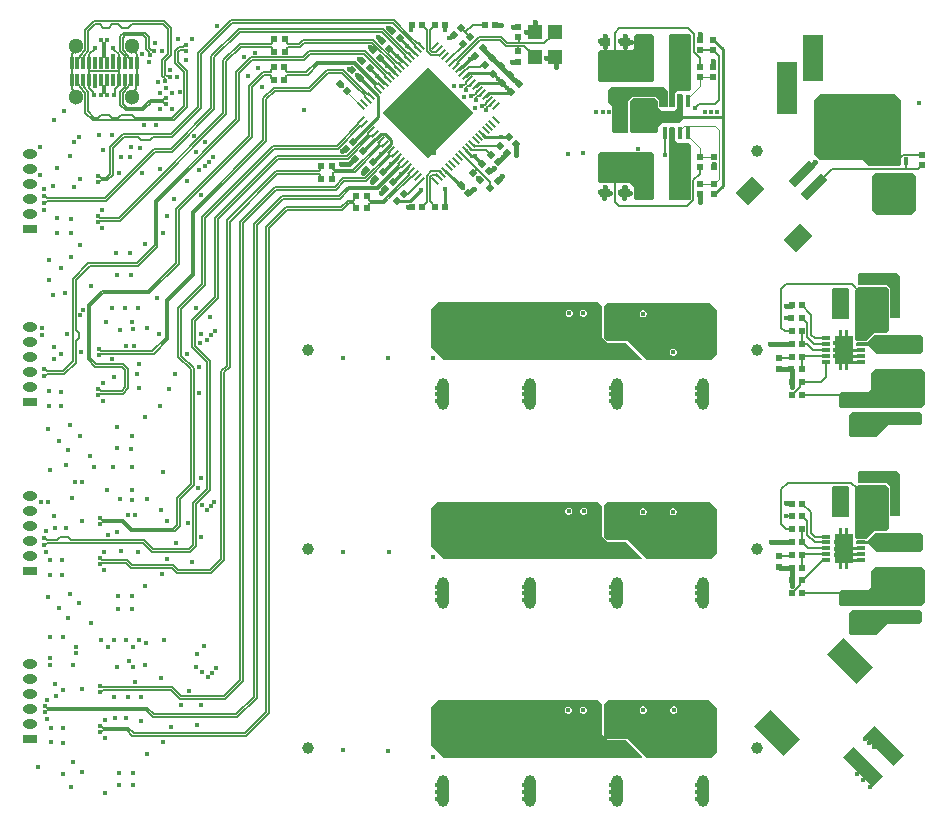
<source format=gbl>
G04*
G04 #@! TF.GenerationSoftware,Altium Limited,Altium Designer,24.0.1 (36)*
G04*
G04 Layer_Physical_Order=4*
G04 Layer_Color=12517376*
%FSLAX44Y44*%
%MOMM*%
G71*
G04*
G04 #@! TF.SameCoordinates,2863EE23-0FE7-43ED-B731-855E9A245776*
G04*
G04*
G04 #@! TF.FilePolarity,Positive*
G04*
G01*
G75*
%ADD13C,1.0000*%
%ADD14C,0.2540*%
%ADD15C,0.1524*%
%ADD16C,0.2032*%
%ADD18C,0.1270*%
%ADD19R,0.5000X0.5000*%
%ADD20R,0.5000X0.5000*%
%ADD28R,1.2000X1.3000*%
%ADD29R,0.7500X0.8500*%
%ADD62C,0.3810*%
%ADD63C,0.1090*%
%ADD64C,0.1308*%
%ADD65C,0.1016*%
%ADD68C,1.3000*%
%ADD69O,1.2000X0.8000*%
%ADD70R,1.2000X0.8000*%
%ADD71R,1.8000X4.5000*%
%ADD72R,1.8000X4.0000*%
%ADD73R,5.0000X2.6000*%
%ADD74C,0.4000*%
%ADD76R,0.8000X0.3000*%
%ADD77C,0.3040*%
%ADD78P,7.7782X4X90.0*%
G04:AMPARAMS|DCode=79|XSize=0.2mm|YSize=0.8mm|CornerRadius=0mm|HoleSize=0mm|Usage=FLASHONLY|Rotation=315.000|XOffset=0mm|YOffset=0mm|HoleType=Round|Shape=Round|*
%AMOVALD79*
21,1,0.6000,0.2000,0.0000,0.0000,45.0*
1,1,0.2000,-0.2121,-0.2121*
1,1,0.2000,0.2121,0.2121*
%
%ADD79OVALD79*%

G04:AMPARAMS|DCode=80|XSize=0.2mm|YSize=0.8mm|CornerRadius=0mm|HoleSize=0mm|Usage=FLASHONLY|Rotation=225.000|XOffset=0mm|YOffset=0mm|HoleType=Round|Shape=Round|*
%AMOVALD80*
21,1,0.6000,0.2000,0.0000,0.0000,315.0*
1,1,0.2000,-0.2121,0.2121*
1,1,0.2000,0.2121,-0.2121*
%
%ADD80OVALD80*%

%ADD81R,0.3000X1.0000*%
G04:AMPARAMS|DCode=82|XSize=2mm|YSize=3.5mm|CornerRadius=0mm|HoleSize=0mm|Usage=FLASHONLY|Rotation=45.000|XOffset=0mm|YOffset=0mm|HoleType=Round|Shape=Rectangle|*
%AMROTATEDRECTD82*
4,1,4,0.5303,-1.9446,-1.9446,0.5303,-0.5303,1.9446,1.9446,-0.5303,0.5303,-1.9446,0.0*
%
%ADD82ROTATEDRECTD82*%

G04:AMPARAMS|DCode=83|XSize=1.2mm|YSize=3.5mm|CornerRadius=0mm|HoleSize=0mm|Usage=FLASHONLY|Rotation=45.000|XOffset=0mm|YOffset=0mm|HoleType=Round|Shape=Rectangle|*
%AMROTATEDRECTD83*
4,1,4,0.8132,-1.6617,-1.6617,0.8132,-0.8132,1.6617,1.6617,-0.8132,0.8132,-1.6617,0.0*
%
%ADD83ROTATEDRECTD83*%

%ADD84R,0.8500X0.7500*%
%ADD85R,1.0000X2.7000*%
%ADD86O,1.0000X2.7000*%
%ADD87R,0.4200X0.6600*%
%ADD88R,3.7000X1.1000*%
G04:AMPARAMS|DCode=89|XSize=0.8mm|YSize=2.5mm|CornerRadius=0mm|HoleSize=0mm|Usage=FLASHONLY|Rotation=315.000|XOffset=0mm|YOffset=0mm|HoleType=Round|Shape=Rectangle|*
%AMROTATEDRECTD89*
4,1,4,-1.1667,-0.6010,0.6010,1.1667,1.1667,0.6010,-0.6010,-1.1667,-1.1667,-0.6010,0.0*
%
%ADD89ROTATEDRECTD89*%

G04:AMPARAMS|DCode=90|XSize=1.95mm|YSize=1.5mm|CornerRadius=0mm|HoleSize=0mm|Usage=FLASHONLY|Rotation=225.000|XOffset=0mm|YOffset=0mm|HoleType=Round|Shape=Rectangle|*
%AMROTATEDRECTD90*
4,1,4,0.1591,1.2198,1.2198,0.1591,-0.1591,-1.2198,-1.2198,-0.1591,0.1591,1.2198,0.0*
%
%ADD90ROTATEDRECTD90*%

%ADD91R,1.1000X3.7000*%
%ADD92P,0.7071X4X270.0*%
%ADD93P,0.7071X4X180.0*%
%ADD94R,0.4318X0.9779*%
%ADD95R,2.3700X1.8300*%
%ADD96R,3.4600X0.5700*%
G36*
X542544Y658622D02*
Y621030D01*
X540766Y619252D01*
X497078Y619252D01*
X495554Y620776D01*
Y644652D01*
X497078Y646176D01*
X523748D01*
X525780Y648208D01*
Y658368D01*
X527304Y659892D01*
X541274D01*
X542544Y658622D01*
D02*
G37*
G36*
X574040Y659130D02*
Y613156D01*
X572262Y611378D01*
X562400Y611378D01*
X560249Y609226D01*
Y598857D01*
X559643Y598251D01*
X556033D01*
X555321Y598962D01*
Y659207D01*
X556006Y659892D01*
X573278D01*
X574040Y659130D01*
D02*
G37*
G36*
X551180Y614934D02*
X554228Y611886D01*
Y599108D01*
X553290Y598170D01*
X547370D01*
X546608Y598932D01*
Y604266D01*
X544322Y606552D01*
X524002D01*
X520954Y603504D01*
Y577342D01*
X519430Y575818D01*
X509016Y575818D01*
X507238Y577596D01*
Y598678D01*
X504698Y601218D01*
X503428Y602488D01*
Y612140D01*
X506222Y614934D01*
X551180Y614934D01*
D02*
G37*
G36*
X567240Y608526D02*
Y587814D01*
X563880Y584454D01*
X549402D01*
X546354Y581406D01*
Y577596D01*
X544576Y575818D01*
X524002D01*
X522478Y577342D01*
Y602888D01*
X525126Y605536D01*
X543560D01*
X545592Y603504D01*
Y598170D01*
X548640Y595122D01*
X559816D01*
X561796Y597102D01*
Y608498D01*
X562390Y609092D01*
X566674Y609092D01*
X567240Y608526D01*
D02*
G37*
G36*
X752094Y604266D02*
Y549910D01*
X750062Y547878D01*
X724408D01*
X718820Y553466D01*
X682752D01*
X677672Y558546D01*
Y604266D01*
X683006Y609600D01*
X746760D01*
X752094Y604266D01*
D02*
G37*
G36*
X560249Y580211D02*
Y569842D01*
X562400Y567690D01*
X572262Y567690D01*
X574040Y565912D01*
Y519938D01*
X573278Y519176D01*
X556006D01*
X555321Y519861D01*
Y580106D01*
X556033Y580817D01*
X559643D01*
X560249Y580211D01*
D02*
G37*
G36*
X542544Y558038D02*
Y520446D01*
X541274Y519176D01*
X527304D01*
X525780Y520700D01*
Y530860D01*
X522674Y533966D01*
X497274D01*
X495554Y535686D01*
Y558292D01*
X497078Y559816D01*
X540766Y559816D01*
X542544Y558038D01*
D02*
G37*
G36*
X764540Y539496D02*
Y533146D01*
Y510794D01*
X760222Y506476D01*
X731520D01*
X727456Y510540D01*
X727456Y539418D01*
X730582Y542544D01*
X761492D01*
X764540Y539496D01*
D02*
G37*
G36*
X751078Y454660D02*
X751078Y420116D01*
X750316Y419354D01*
X743204D01*
X742442Y420116D01*
Y444754D01*
X739902Y447294D01*
X716280D01*
X715010Y448564D01*
Y456438D01*
X716280Y457708D01*
X748030D01*
X751078Y454660D01*
D02*
G37*
G36*
X707898Y443992D02*
Y419608D01*
X706882Y418592D01*
X694182D01*
X692912Y419862D01*
Y443484D01*
X694436Y445008D01*
X706882D01*
X707898Y443992D01*
D02*
G37*
G36*
X707057Y404340D02*
X710657D01*
Y401292D01*
X710657Y401292D01*
Y380340D01*
X707057D01*
Y375292D01*
X704057D01*
Y380340D01*
X702057D01*
Y375292D01*
X699057D01*
Y380340D01*
X695457D01*
Y404340D01*
X699057D01*
Y409492D01*
X702057D01*
Y404340D01*
X704057D01*
Y409492D01*
X707057D01*
Y404340D01*
D02*
G37*
G36*
X739140Y446024D02*
X741426Y443738D01*
X741426Y409702D01*
X738886Y407162D01*
X728986D01*
X722209Y400384D01*
X714421D01*
X712978Y401828D01*
Y405892D01*
Y443484D01*
X715518Y446024D01*
X739140Y446024D01*
D02*
G37*
G36*
X770128Y403606D02*
Y391414D01*
X768096Y389382D01*
X730504D01*
X724205Y395681D01*
X714148Y395681D01*
X713740Y396089D01*
Y398647D01*
X714095Y399002D01*
X723106Y399002D01*
X729488Y405384D01*
X768350D01*
X770128Y403606D01*
D02*
G37*
G36*
X595884Y426212D02*
Y388874D01*
X590804Y383794D01*
X536702D01*
X520192Y400304D01*
X503174D01*
X500634Y402844D01*
Y429768D01*
X503428Y432562D01*
X589534D01*
X595884Y426212D01*
D02*
G37*
G36*
X498348Y429260D02*
Y403860D01*
X499655Y402553D01*
X499856Y402066D01*
X502396Y399526D01*
X502883Y399325D01*
X503428Y398780D01*
X518922D01*
X532735Y384967D01*
X532249Y383794D01*
X364998D01*
X353822Y394970D01*
Y427228D01*
X359410Y432816D01*
X494792D01*
X498348Y429260D01*
D02*
G37*
G36*
X772414Y373126D02*
Y346710D01*
X769366Y343662D01*
X700532D01*
X699008Y345186D01*
Y355092D01*
X700786Y356870D01*
X723900Y356870D01*
X726694Y359664D01*
Y373380D01*
X729488Y376174D01*
X769366D01*
X772414Y373126D01*
D02*
G37*
G36*
X769620Y338074D02*
Y330454D01*
X767842Y328676D01*
X740410Y328676D01*
X730758Y319024D01*
X708914D01*
X707390Y320548D01*
Y337820D01*
X709930Y340360D01*
X767334D01*
X769620Y338074D01*
D02*
G37*
G36*
X751093Y286856D02*
X751093Y252312D01*
X750331Y251550D01*
X743219D01*
X742457Y252312D01*
Y276950D01*
X739917Y279490D01*
X716295D01*
X715025Y280760D01*
Y288634D01*
X716295Y289904D01*
X748045D01*
X751093Y286856D01*
D02*
G37*
G36*
X707913Y276188D02*
Y251804D01*
X706897Y250788D01*
X694197D01*
X692927Y252058D01*
Y275680D01*
X694451Y277204D01*
X706897D01*
X707913Y276188D01*
D02*
G37*
G36*
X707057Y236446D02*
X710657D01*
Y233398D01*
X710657Y233398D01*
Y212446D01*
X707057D01*
Y207398D01*
X704057D01*
Y212446D01*
X702057D01*
Y207398D01*
X699057D01*
Y212446D01*
X695457D01*
Y236446D01*
X699057D01*
Y241598D01*
X702057D01*
Y236446D01*
X704057D01*
Y241598D01*
X707057D01*
Y236446D01*
D02*
G37*
G36*
X739140Y278130D02*
X741426Y275844D01*
X741426Y241808D01*
X738886Y239268D01*
X728986D01*
X722209Y232491D01*
X714421D01*
X712978Y233934D01*
Y237998D01*
Y275590D01*
X715518Y278130D01*
X739140Y278130D01*
D02*
G37*
G36*
X770128Y235712D02*
Y223520D01*
X768096Y221488D01*
X730504D01*
X724205Y227787D01*
X714148Y227787D01*
X713740Y228195D01*
Y230753D01*
X714095Y231108D01*
X723106Y231108D01*
X729488Y237490D01*
X768350D01*
X770128Y235712D01*
D02*
G37*
G36*
X595884Y257556D02*
Y220218D01*
X590804Y215138D01*
X536702D01*
X520192Y231648D01*
X503174D01*
X500634Y234188D01*
Y261112D01*
X503428Y263906D01*
X589534D01*
X595884Y257556D01*
D02*
G37*
G36*
X498348Y260604D02*
Y235204D01*
X499655Y233897D01*
X499856Y233410D01*
X502396Y230870D01*
X502883Y230669D01*
X503428Y230124D01*
X518922D01*
X532735Y216311D01*
X532249Y215138D01*
X364998D01*
X353822Y226314D01*
Y258572D01*
X359410Y264160D01*
X494792D01*
X498348Y260604D01*
D02*
G37*
G36*
X772429Y205322D02*
Y178906D01*
X769381Y175858D01*
X700547D01*
X699023Y177382D01*
Y187288D01*
X700801Y189066D01*
X723915Y189066D01*
X726709Y191860D01*
Y205576D01*
X729503Y208370D01*
X769381D01*
X772429Y205322D01*
D02*
G37*
G36*
X769635Y170270D02*
Y162650D01*
X767857Y160872D01*
X740425Y160872D01*
X730773Y151220D01*
X708929D01*
X707405Y152744D01*
Y170016D01*
X709945Y172556D01*
X767349D01*
X769635Y170270D01*
D02*
G37*
G36*
X595884Y89408D02*
Y52070D01*
X590804Y46990D01*
X536702D01*
X520192Y63500D01*
X503174D01*
X500634Y66040D01*
Y92964D01*
X503428Y95758D01*
X589534D01*
X595884Y89408D01*
D02*
G37*
G36*
X498348Y92456D02*
Y67056D01*
X499655Y65749D01*
X499856Y65262D01*
X502396Y62722D01*
X502883Y62521D01*
X503428Y61976D01*
X518922D01*
X532735Y48163D01*
X532249Y46990D01*
X364998D01*
X353822Y58166D01*
Y90424D01*
X359410Y96012D01*
X494792D01*
X498348Y92456D01*
D02*
G37*
%LPC*%
G36*
X534254Y426180D02*
X533054D01*
X531946Y425721D01*
X531097Y424872D01*
X530638Y423764D01*
Y422564D01*
X531097Y421456D01*
X531946Y420607D01*
X533054Y420148D01*
X534254D01*
X535362Y420607D01*
X536211Y421456D01*
X536670Y422564D01*
Y423764D01*
X536211Y424872D01*
X535362Y425721D01*
X534254Y426180D01*
D02*
G37*
G36*
X559654Y393414D02*
X558454D01*
X557346Y392955D01*
X556497Y392106D01*
X556038Y390998D01*
Y389798D01*
X556497Y388690D01*
X557346Y387841D01*
X558454Y387382D01*
X559654D01*
X560762Y387841D01*
X561611Y388690D01*
X562070Y389798D01*
Y390998D01*
X561611Y392106D01*
X560762Y392955D01*
X559654Y393414D01*
D02*
G37*
G36*
X483454Y426434D02*
X482254D01*
X481146Y425975D01*
X480297Y425126D01*
X479838Y424018D01*
Y422818D01*
X480297Y421710D01*
X481146Y420861D01*
X482254Y420402D01*
X483454D01*
X484562Y420861D01*
X485411Y421710D01*
X485870Y422818D01*
Y424018D01*
X485411Y425126D01*
X484562Y425975D01*
X483454Y426434D01*
D02*
G37*
G36*
X471262D02*
X470062D01*
X468954Y425975D01*
X468105Y425126D01*
X467646Y424018D01*
Y422818D01*
X468105Y421710D01*
X468954Y420861D01*
X470062Y420402D01*
X471262D01*
X472370Y420861D01*
X473219Y421710D01*
X473678Y422818D01*
Y424018D01*
X473219Y425126D01*
X472370Y425975D01*
X471262Y426434D01*
D02*
G37*
G36*
X559654Y258540D02*
X558454D01*
X557346Y258081D01*
X556497Y257232D01*
X556038Y256124D01*
Y254924D01*
X556497Y253816D01*
X557346Y252967D01*
X558454Y252508D01*
X559654D01*
X560762Y252967D01*
X561611Y253816D01*
X562070Y254924D01*
Y256124D01*
X561611Y257232D01*
X560762Y258081D01*
X559654Y258540D01*
D02*
G37*
G36*
X534254D02*
X533054D01*
X531946Y258081D01*
X531097Y257232D01*
X530638Y256124D01*
Y254924D01*
X531097Y253816D01*
X531946Y252967D01*
X533054Y252508D01*
X534254D01*
X535362Y252967D01*
X536211Y253816D01*
X536670Y254924D01*
Y256124D01*
X536211Y257232D01*
X535362Y258081D01*
X534254Y258540D01*
D02*
G37*
G36*
X483708Y259048D02*
X482508D01*
X481400Y258589D01*
X480551Y257740D01*
X480092Y256632D01*
Y255432D01*
X480551Y254324D01*
X481400Y253475D01*
X482508Y253016D01*
X483708D01*
X484816Y253475D01*
X485665Y254324D01*
X486124Y255432D01*
Y256632D01*
X485665Y257740D01*
X484816Y258589D01*
X483708Y259048D01*
D02*
G37*
G36*
X471008D02*
X469808D01*
X468700Y258589D01*
X467851Y257740D01*
X467392Y256632D01*
Y255432D01*
X467851Y254324D01*
X468700Y253475D01*
X469808Y253016D01*
X471008D01*
X472116Y253475D01*
X472965Y254324D01*
X473424Y255432D01*
Y256632D01*
X472965Y257740D01*
X472116Y258589D01*
X471008Y259048D01*
D02*
G37*
G36*
X559908Y90646D02*
X558708D01*
X557600Y90187D01*
X556751Y89338D01*
X556292Y88230D01*
Y87030D01*
X556751Y85922D01*
X557600Y85073D01*
X558708Y84614D01*
X559908D01*
X561016Y85073D01*
X561865Y85922D01*
X562324Y87030D01*
Y88230D01*
X561865Y89338D01*
X561016Y90187D01*
X559908Y90646D01*
D02*
G37*
G36*
X534000D02*
X532800D01*
X531692Y90187D01*
X530843Y89338D01*
X530384Y88230D01*
Y87030D01*
X530843Y85922D01*
X531692Y85073D01*
X532800Y84614D01*
X534000D01*
X535108Y85073D01*
X535957Y85922D01*
X536416Y87030D01*
Y88230D01*
X535957Y89338D01*
X535108Y90187D01*
X534000Y90646D01*
D02*
G37*
G36*
X483454Y90392D02*
X482254D01*
X481146Y89933D01*
X480297Y89084D01*
X479838Y87976D01*
Y86776D01*
X480297Y85668D01*
X481146Y84819D01*
X482254Y84360D01*
X483454D01*
X484562Y84819D01*
X485411Y85668D01*
X485870Y86776D01*
Y87976D01*
X485411Y89084D01*
X484562Y89933D01*
X483454Y90392D01*
D02*
G37*
G36*
X470754D02*
X469554D01*
X468446Y89933D01*
X467597Y89084D01*
X467138Y87976D01*
Y86776D01*
X467597Y85668D01*
X468446Y84819D01*
X469554Y84360D01*
X470754D01*
X471862Y84819D01*
X472711Y85668D01*
X473170Y86776D01*
Y87976D01*
X472711Y89084D01*
X471862Y89933D01*
X470754Y90392D01*
D02*
G37*
%LPD*%
D13*
X249403Y55896D02*
D03*
X629403D02*
D03*
X249403Y224125D02*
D03*
X629403D02*
D03*
Y560726D02*
D03*
X249403Y392425D02*
D03*
X629403D02*
D03*
D14*
X703580Y382778D02*
X703929Y382429D01*
X718071D01*
X704008Y387430D02*
X718071D01*
X703580Y387858D02*
X704008Y387430D01*
X704850Y393192D02*
X705613Y392429D01*
X718071D01*
X705961Y214535D02*
X718071D01*
X705358Y215138D02*
X705961Y214535D01*
X705786Y219536D02*
X718071D01*
X705612Y219710D02*
X705786Y219536D01*
X706629Y224535D02*
X718071D01*
X706374Y224790D02*
X706629Y224535D01*
X324655Y518457D02*
X335831D01*
X344932Y527558D01*
X365878Y513588D02*
X365946Y513656D01*
Y528506D01*
X366014Y528574D01*
X383003Y561369D02*
X383003D01*
X390520Y556646D02*
X396868Y550298D01*
X383003Y561369D02*
X387726Y556646D01*
X390520D01*
X306277Y570945D02*
X307015D01*
X308754Y572684D01*
X295910Y560578D02*
X306277Y570945D01*
X320232Y567172D02*
Y570096D01*
X317249Y564189D02*
X320232Y567172D01*
X311324Y575254D02*
X315074D01*
X320232Y570096D01*
X308754Y572684D02*
X308754D01*
X311324Y575254D01*
X317249Y564189D02*
Y564189D01*
X311152Y558091D02*
X317249Y564189D01*
X293624Y622808D02*
X293624D01*
X291520Y624912D02*
X293624Y622808D01*
X389897Y641470D02*
X391026D01*
X387096Y639064D02*
X387491D01*
X389897Y641470D01*
X379848Y632082D02*
X380114D01*
X387096Y639064D01*
X377345Y629960D02*
X377727D01*
X379848Y632082D01*
X369062Y656336D02*
X369457D01*
X372294Y659173D02*
X372915D01*
X369457Y656336D02*
X372294Y659173D01*
X333756Y649732D02*
Y649986D01*
X327406Y656336D02*
Y656590D01*
Y656336D02*
X333756Y649986D01*
X333746Y650230D02*
X339862Y644115D01*
X325095Y641883D02*
X325374Y641604D01*
X318516Y647700D02*
X324333Y641883D01*
X325095D01*
X325386Y641604D02*
X329448Y637542D01*
X325374Y641604D02*
X325386D01*
X308356Y624586D02*
X308413D01*
X314354Y618645D01*
X314412D01*
X302006Y631063D02*
X308356Y624713D01*
Y624586D02*
Y624713D01*
X302006Y631063D02*
Y631190D01*
X316459Y632993D02*
Y634009D01*
X310642Y639826D02*
X316459Y634009D01*
X317018Y632994D02*
X322889Y627123D01*
X316459Y632993D02*
X316738Y632714D01*
X372725Y537701D02*
X372725D01*
X378551Y531876D02*
X378968D01*
X372725Y537701D02*
X378551Y531876D01*
X366030Y544397D02*
X372725Y537701D01*
X378968Y531876D02*
X381072Y529772D01*
X399872Y572770D02*
X413175D01*
X397138Y575504D02*
X399872Y572770D01*
X413562Y573158D02*
X419728D01*
X413175Y572770D02*
X413562Y573158D01*
X397138Y575504D02*
X397138D01*
X413900Y618610D02*
X417830Y614680D01*
X406400Y626230D02*
X410210Y622420D01*
X305054Y551994D02*
X311152Y558091D01*
X305054Y551714D02*
Y551994D01*
Y551714D02*
X311152Y557812D01*
Y558091D01*
X305054Y551434D02*
Y551714D01*
X313252Y543560D02*
X313575D01*
X312928D02*
X313252D01*
X319651Y549636D02*
X325727Y555712D01*
X313575Y543560D02*
X319651Y549636D01*
X313252Y543560D02*
X319327Y549636D01*
X319651D01*
X328049Y541079D02*
X334204Y547234D01*
X321894Y534924D02*
X328049Y541079D01*
X321602Y534924D02*
X321894D01*
X327757Y541079D02*
X328049D01*
X321310Y534924D02*
X321602D01*
X327757Y541079D01*
X337253Y663897D02*
Y667571D01*
X337058Y663702D02*
X337253Y663897D01*
Y667571D02*
X337448Y667766D01*
X365506Y663194D02*
X365599Y663287D01*
Y667673D02*
X365692Y667766D01*
X365599Y663287D02*
Y667673D01*
X421640Y610990D02*
X421760D01*
X304927Y551434D02*
X305054D01*
X293624Y622478D02*
Y622808D01*
Y622478D02*
X305934Y610168D01*
Y610168D02*
X308504Y607598D01*
Y589389D02*
Y607598D01*
X300277Y581162D02*
X308504Y589389D01*
X276438Y617896D02*
X276641D01*
X278188Y616349D01*
X278391D01*
X412401Y618610D02*
X413900D01*
X410210Y622300D02*
X413900Y618610D01*
X410210Y622300D02*
Y622420D01*
X404781Y626230D02*
X406400D01*
X417950Y614680D02*
X421640Y610990D01*
X417830Y614680D02*
X417950D01*
X600837Y589441D02*
Y647251D01*
Y531631D02*
Y589441D01*
X548547D02*
X600837D01*
X548386Y589280D02*
X548547Y589441D01*
X593344Y524138D02*
X600837Y531631D01*
X592836Y655252D02*
X600837Y647251D01*
X383003Y624303D02*
X383003D01*
X385590Y626890D01*
X404120D01*
X404781Y626230D01*
X412281Y618490D02*
X412401Y618610D01*
X394145Y618490D02*
X412281D01*
X391480Y615825D02*
X391480D01*
X394145Y618490D01*
X399976Y607330D02*
X399976D01*
X402563Y609918D01*
X418948D01*
X420021Y610990D01*
X287782Y568706D02*
X287801D01*
X300257Y581162D01*
X339862Y644095D02*
Y644115D01*
D15*
X49461Y635596D02*
Y643290D01*
Y621196D02*
Y635596D01*
X509842Y639112D02*
Y661226D01*
X513334Y664718D01*
X750586Y553502D02*
Y554916D01*
X749248Y552164D02*
X750586Y553502D01*
X753131Y557462D02*
X769366D01*
X750586Y554916D02*
X753131Y557462D01*
X666295Y193608D02*
Y195958D01*
X659213Y186526D02*
X666295Y193608D01*
Y195958D02*
X667713Y197376D01*
X659198Y354330D02*
X666280Y361412D01*
Y363762D02*
X667698Y365179D01*
X666280Y361412D02*
Y363762D01*
X648462Y385754D02*
X658074D01*
X659198Y386878D01*
X100962Y610001D02*
X104396Y613435D01*
X104463Y621196D02*
Y635596D01*
X100962Y606896D02*
Y610001D01*
X104396Y613435D02*
Y621129D01*
X104463Y635596D02*
Y643290D01*
X100962Y646790D02*
Y649896D01*
Y646790D02*
X104463Y643290D01*
X52962Y646790D02*
Y649896D01*
X49461Y643290D02*
X52962Y646790D01*
Y606896D02*
Y610001D01*
X49461Y613502D02*
Y621196D01*
Y613502D02*
X52962Y610001D01*
X654349Y448056D02*
X710176D01*
X650240Y411480D02*
Y443947D01*
X654349Y448056D01*
X650240Y411480D02*
X653143Y408577D01*
X659262D01*
X710176Y448056D02*
X718058Y440174D01*
X650272Y244824D02*
Y274475D01*
X655959Y280162D01*
X709781D01*
X714585Y275358D02*
X715085D01*
X709781Y280162D02*
X714585Y275358D01*
X717582Y272361D02*
Y272861D01*
X715085Y275358D02*
X717582Y272861D01*
X650272Y244824D02*
X654323Y240773D01*
X659277D01*
X718809Y228798D02*
X718833Y228822D01*
X724628D01*
X725364Y229559D02*
X726034D01*
X724628Y228822D02*
X725364Y229559D01*
X718071Y229536D02*
X718809Y228798D01*
X667713Y186526D02*
X699045D01*
X700762Y184809D01*
X701432D01*
X672242Y235759D02*
Y247376D01*
X678465Y229536D02*
X688073D01*
X672242Y235759D02*
X678465Y229536D01*
X675210Y237806D02*
Y254975D01*
Y237806D02*
X678481Y234535D01*
X667713Y262472D02*
X675210Y254975D01*
X678481Y234535D02*
X688073D01*
X667995Y251623D02*
X672242Y247376D01*
X658904Y251714D02*
X658995Y251623D01*
X654304Y251714D02*
X658904D01*
X667777Y229988D02*
Y240773D01*
X667713Y229924D02*
X667777Y229988D01*
X667713Y229924D02*
X673102Y224535D01*
X688073D01*
X658089Y217950D02*
X659213Y219074D01*
X648477Y217950D02*
X658089D01*
X667713Y219074D02*
X668175Y219536D01*
X687612D02*
X687842Y219305D01*
X668175Y219536D02*
X687612D01*
X667713Y208507D02*
Y219074D01*
Y208507D02*
X667995Y208225D01*
X669451Y199114D02*
X670152D01*
X685573Y214535D02*
X688073D01*
X670152Y199114D02*
X685573Y214535D01*
X718071Y397430D02*
X718078Y397422D01*
X725264D02*
X725272Y397415D01*
X718078Y397422D02*
X725264D01*
X658907Y419354D02*
X658980Y419426D01*
X654304Y419354D02*
X658907D01*
X671779Y397728D02*
X677078Y392429D01*
X688073D01*
X667698Y397728D02*
X671779D01*
X675796Y405264D02*
Y422178D01*
Y405264D02*
X678631Y402429D01*
X667698Y430276D02*
X675796Y422178D01*
X672243Y403399D02*
X678212Y397430D01*
X672243Y403399D02*
Y415163D01*
X678212Y397430D02*
X688073D01*
X678631Y402429D02*
X688073D01*
X667980Y419426D02*
X672243Y415163D01*
X667698Y354330D02*
X699030D01*
X700747Y352613D01*
X701417D01*
X667698Y365179D02*
X683695D01*
X688073Y369557D02*
Y382429D01*
X683695Y365179D02*
X688073Y369557D01*
X667980Y376029D02*
Y387160D01*
X668250Y387430D01*
X688073D01*
X667698Y397728D02*
X667762Y397792D01*
Y408577D01*
X513334Y664718D02*
X570992D01*
X576072Y659638D01*
Y644572D02*
X581152Y639492D01*
X576072Y644572D02*
Y659638D01*
X581152Y631816D02*
Y639492D01*
X382735Y661373D02*
X386545Y657563D01*
X378925Y665183D02*
X382735Y661373D01*
X389128Y667766D01*
X399356D01*
X368868Y638438D02*
X380535Y650105D01*
Y651553D01*
X351536Y592836D02*
Y594004D01*
Y592836D02*
X368471D01*
D16*
X678085Y530573D02*
X693105Y545592D01*
X678085Y530573D02*
X678085D01*
X693105Y545592D02*
X725536D01*
X89461Y635596D02*
Y642757D01*
Y621196D02*
Y635596D01*
Y617696D02*
Y621196D01*
X64463Y621223D02*
X64476Y621209D01*
X765996Y545592D02*
X769366Y548962D01*
X755748Y545592D02*
X765996D01*
X725536D02*
X755748D01*
Y552164D01*
X68965Y647260D02*
Y648085D01*
X64463Y635596D02*
Y642757D01*
X68965Y647260D01*
Y648085D02*
X69342Y648462D01*
X84582Y647675D02*
X85721Y646537D01*
X84582Y647675D02*
Y648208D01*
X85721Y646498D02*
Y646537D01*
Y646498D02*
X89461Y642757D01*
X88977Y617212D02*
X89461Y617696D01*
X88977Y616306D02*
Y617212D01*
X85975Y613303D02*
X88977Y616306D01*
X67949Y608707D02*
Y610548D01*
X64463Y614035D02*
Y621196D01*
Y614035D02*
X67949Y610548D01*
Y608707D02*
X68326Y608330D01*
X85975Y608707D02*
Y613303D01*
X85598Y608330D02*
X85975Y608707D01*
X64463Y621223D02*
Y635596D01*
X64526Y628395D02*
X89289D01*
X64476Y628445D02*
X64526Y628395D01*
X64463Y635596D02*
X64476Y635583D01*
Y628445D02*
Y635583D01*
X64463Y621196D02*
X64476Y621209D01*
X687842Y219305D02*
X688073Y219536D01*
D18*
X509524Y523963D02*
X509549Y523988D01*
X509524Y527248D02*
Y540683D01*
Y517906D02*
Y523963D01*
X509549Y523988D02*
Y527223D01*
X509524Y527248D02*
X509549Y527223D01*
X509524Y517906D02*
X513334Y514096D01*
X577596Y597662D02*
X580644Y600710D01*
X594360D01*
X597916Y604266D01*
Y641672D01*
X551590Y575882D02*
X551797Y575674D01*
Y557530D02*
Y575674D01*
X575818Y519381D02*
Y536448D01*
X581152Y541782D01*
X570484Y514096D02*
X573913Y517525D01*
X573962D01*
X575818Y519381D01*
X513334Y514096D02*
X570484D01*
X581152Y541782D02*
Y547506D01*
X592836Y646752D02*
X597916Y641672D01*
X581406Y646752D02*
X592836D01*
X397033Y634027D02*
X399077D01*
X395466Y632460D02*
X397033Y634027D01*
X380183Y627123D02*
X385520Y632460D01*
X395466D01*
X334067Y524467D02*
X345519Y535919D01*
X330665Y524467D02*
X334067D01*
X352780Y518186D02*
X357378Y513588D01*
X352780Y539138D02*
X354502Y540860D01*
X352780Y518186D02*
Y539138D01*
X354502Y540860D02*
X358251D01*
X350291Y517677D02*
Y540029D01*
X346202Y513588D02*
X350291Y517677D01*
Y540029D02*
X353960Y543698D01*
X358251Y540860D02*
X360373Y538739D01*
X350291Y645789D02*
Y663422D01*
X345948Y667766D02*
X350291Y663422D01*
X352780Y663354D02*
X357192Y667766D01*
X352780Y646534D02*
Y663354D01*
X361089Y641974D02*
X363210Y644095D01*
X354107Y641974D02*
X361089D01*
X350291Y645789D02*
X354107Y641974D01*
X358251Y644812D02*
X360373Y646933D01*
X352780Y646534D02*
X354502Y644812D01*
X358251D01*
D19*
X648477Y217950D02*
D03*
Y208950D02*
D03*
X769366Y548962D02*
D03*
Y557462D02*
D03*
X593090Y556070D02*
D03*
Y547570D02*
D03*
X592836Y623384D02*
D03*
Y631884D02*
D03*
X593344Y524138D02*
D03*
Y532638D02*
D03*
X581406D02*
D03*
Y524138D02*
D03*
X581152Y547506D02*
D03*
Y556006D02*
D03*
X427482Y645596D02*
D03*
Y636596D02*
D03*
Y666170D02*
D03*
Y657170D02*
D03*
X592836Y655252D02*
D03*
X581406D02*
D03*
X648462Y376754D02*
D03*
X581152Y631816D02*
D03*
X592836Y646752D02*
D03*
X648462Y385754D02*
D03*
X581152Y623316D02*
D03*
X581406Y646752D02*
D03*
D20*
X667713Y229924D02*
D03*
X659213D02*
D03*
X667713Y262472D02*
D03*
X659213D02*
D03*
X667713Y219074D02*
D03*
X659213D02*
D03*
X659277Y240773D02*
D03*
X667777D02*
D03*
X220798Y644906D02*
D03*
Y655574D02*
D03*
X220544Y621030D02*
D03*
Y631698D02*
D03*
X260748Y537210D02*
D03*
X260676Y548132D02*
D03*
X290648Y512318D02*
D03*
X290576Y523240D02*
D03*
X229798Y655574D02*
D03*
Y644906D02*
D03*
X229544Y631698D02*
D03*
Y621030D02*
D03*
X269676Y548132D02*
D03*
X269748Y537210D02*
D03*
X299576Y523240D02*
D03*
X299648Y512318D02*
D03*
X346202Y513588D02*
D03*
X337702D02*
D03*
X659198Y365179D02*
D03*
Y430276D02*
D03*
Y397728D02*
D03*
X659213Y197376D02*
D03*
X658980Y376029D02*
D03*
X658995Y208225D02*
D03*
X407856Y667766D02*
D03*
X365878Y513588D02*
D03*
X357378D02*
D03*
X337448Y667766D02*
D03*
X345948D02*
D03*
X357192D02*
D03*
X365692D02*
D03*
X667762Y408577D02*
D03*
X659262D02*
D03*
X659198Y386878D02*
D03*
X667698D02*
D03*
X667713Y197376D02*
D03*
X667698Y365179D02*
D03*
Y430276D02*
D03*
X659213Y186526D02*
D03*
X667713D02*
D03*
X667698Y397728D02*
D03*
X659198Y354330D02*
D03*
X667698D02*
D03*
X667995Y208225D02*
D03*
X658980Y419426D02*
D03*
X667980D02*
D03*
X658995Y251623D02*
D03*
X667995D02*
D03*
X667980Y376029D02*
D03*
X399356Y667766D02*
D03*
D28*
X458946Y661876D02*
D03*
Y640876D02*
D03*
X441946D02*
D03*
Y661876D02*
D03*
D29*
X732006Y439674D02*
D03*
X746506D02*
D03*
X732006Y424180D02*
D03*
X746506D02*
D03*
X718058D02*
D03*
X703558D02*
D03*
X746521Y256376D02*
D03*
X732021D02*
D03*
Y271870D02*
D03*
X746521D02*
D03*
X718073D02*
D03*
X703573D02*
D03*
Y256376D02*
D03*
X718073D02*
D03*
X529082Y581914D02*
D03*
X514582D02*
D03*
X529082Y597916D02*
D03*
X514582D02*
D03*
X703558Y439674D02*
D03*
X718058D02*
D03*
D62*
X284183Y549692D02*
X288705Y554214D01*
X277622Y549656D02*
X277658Y549692D01*
X284183D01*
X288705Y554214D02*
X289546D01*
X667478Y541179D02*
X667962D01*
X678654Y551872D01*
X678706D01*
X501294Y653528D02*
X501328Y653561D01*
X501156Y653390D02*
X501294Y653528D01*
X517550Y525744D02*
X517584Y525777D01*
X517412Y525606D02*
X517550Y525744D01*
X500786D02*
X500820Y525777D01*
X500648Y525606D02*
X500786Y525744D01*
X659089Y365070D02*
X659164Y364995D01*
X648208Y376174D02*
X649042D01*
X659089Y365070D02*
Y375920D01*
X641379Y229870D02*
X659159D01*
X659213Y229924D01*
X640860Y397746D02*
X659180D01*
X640842Y397764D02*
X640860Y397746D01*
X659180D02*
X659198Y397728D01*
X654340Y262600D02*
X659086D01*
X654304Y262636D02*
X654340Y262600D01*
X659086D02*
X659213Y262472D01*
X659166Y197329D02*
X659213Y197376D01*
X659166Y193076D02*
Y197329D01*
X659130Y193040D02*
X659166Y193076D01*
X648477Y208950D02*
X649202Y208225D01*
X658995D01*
X659104Y197485D02*
Y208116D01*
Y197485D02*
X659213Y197376D01*
X658995Y208225D02*
X659104Y208116D01*
X659130Y361188D02*
X659164Y361222D01*
Y364995D01*
X659089Y365070D02*
X659198Y365179D01*
X649187Y376029D02*
X658980D01*
X649042Y376174D02*
X649187Y376029D01*
X658980D02*
X659089Y375920D01*
X654558Y429768D02*
X654594Y429804D01*
X658727D02*
X659198Y430276D01*
X654594Y429804D02*
X658727D01*
X500532Y521510D02*
X500569Y521546D01*
Y525526D01*
X505608Y525642D02*
X505644Y525606D01*
X500888Y525642D02*
X505608D01*
X500786Y525744D02*
X500888Y525642D01*
X496754Y526114D02*
X496805D01*
X497313Y525606D01*
X500648D01*
X500569Y525526D02*
X500648Y525606D01*
X500820Y530579D02*
X500853Y530612D01*
X500820Y525777D02*
Y530579D01*
X517296Y521510D02*
X517333Y521546D01*
Y525526D01*
X522372Y525642D02*
X522408Y525606D01*
X517652Y525642D02*
X522372D01*
X517550Y525744D02*
X517652Y525642D01*
X513518Y526114D02*
X513569D01*
X514077Y525606D01*
X517412D01*
X517333Y525526D02*
X517412Y525606D01*
X517584Y530579D02*
X517617Y530612D01*
X517584Y525777D02*
Y530579D01*
X501040Y649294D02*
X501077Y649330D01*
Y653310D01*
X501294Y653528D02*
X501396Y653426D01*
X497262Y653898D02*
X497313D01*
X497822Y653390D01*
X501156D01*
X501077Y653310D02*
X501156Y653390D01*
X501328Y658363D02*
X501361Y658396D01*
X501328Y653561D02*
Y658363D01*
X517906Y653426D02*
X517939Y653459D01*
Y658261D01*
X517972Y658294D01*
X517768Y653288D02*
X517906Y653426D01*
X517688Y653208D02*
X517768Y653288D01*
X514433D02*
X517768D01*
X513925Y653796D02*
X514433Y653288D01*
X513874Y653796D02*
X513925D01*
X517906Y653426D02*
X518008Y653324D01*
X522728D01*
X522764Y653288D01*
X517688Y649228D02*
Y653208D01*
X517652Y649192D02*
X517688Y649228D01*
X593090Y547570D02*
Y550046D01*
X581188Y523920D02*
X581406Y524138D01*
X581188Y518196D02*
Y523920D01*
X581152Y518160D02*
X581188Y518196D01*
X581406Y655252D02*
Y659638D01*
X592618Y632102D02*
X592836Y631884D01*
X592618Y632102D02*
Y636742D01*
X592582Y636778D02*
X592618Y636742D01*
X311658Y525018D02*
Y525069D01*
X314946Y528357D01*
Y528560D01*
X295910Y542036D02*
Y542087D01*
X298690Y544867D01*
Y545070D01*
X305960Y537196D02*
X306564D01*
X303491Y534726D02*
X305960Y537196D01*
X303439Y534726D02*
X303491D01*
X278816Y560581D02*
X280577Y562342D01*
X278357Y560545D02*
X278394Y560581D01*
X280577Y562342D02*
X281418D01*
X278394Y560581D02*
X278816D01*
X284382Y630417D02*
X285173D01*
X286419Y629172D02*
X287260D01*
X285173Y630417D02*
X286419Y629172D01*
X284346Y630453D02*
X284382Y630417D01*
X294801Y637554D02*
X295642D01*
X293441Y638914D02*
X294801Y637554D01*
X292898Y638914D02*
X293441D01*
X292862Y638950D02*
X292898Y638914D01*
X302006Y648665D02*
X304278Y646393D01*
X302006Y648665D02*
Y648716D01*
X304278Y646190D02*
Y646393D01*
X309118Y657098D02*
X312152Y654064D01*
X317790Y665172D02*
X317983D01*
X320201Y662954D02*
X321042D01*
X317983Y665172D02*
X320201Y662954D01*
X317754Y665208D02*
X317790Y665172D01*
X441898Y661924D02*
X441946Y661876D01*
X434086Y661924D02*
X441898D01*
X441946Y661876D02*
X442214Y662144D01*
Y669856D01*
X459232Y632460D02*
Y640590D01*
X458946Y640876D02*
X459232Y640590D01*
X457896Y639826D02*
X458946Y640876D01*
X451470Y639826D02*
X457896D01*
X422692Y636306D02*
X427192D01*
X422656Y636270D02*
X422692Y636306D01*
X427192D02*
X427482Y636596D01*
X427446Y666206D02*
X427482Y666170D01*
X422946Y666206D02*
X427446D01*
X422910Y666242D02*
X422946Y666206D01*
X407856Y667766D02*
X412750D01*
X424485Y620827D02*
X427959Y617354D01*
X424434Y620827D02*
X424485D01*
X427959Y617354D02*
X428124D01*
X420816Y624445D02*
X424434Y620827D01*
X413004Y632055D02*
X416611Y628447D01*
X413004Y632055D02*
Y632206D01*
X416611Y628396D02*
Y628447D01*
X401574Y643636D02*
Y643643D01*
X397390Y647827D02*
Y647834D01*
Y647827D02*
X401574Y643643D01*
Y643593D02*
X405087Y640080D01*
X401574Y643593D02*
Y643636D01*
X405087Y640037D02*
Y640080D01*
X409091Y636210D02*
X412707Y632594D01*
X405475Y639826D02*
X409091Y636210D01*
X405424Y639826D02*
X409040Y636210D01*
X405213Y640037D02*
X405424Y639826D01*
X405475D01*
X405130D02*
X405424D01*
X405087Y640037D02*
X405213D01*
X409040Y636210D02*
X409091D01*
X412707Y632594D02*
X412884D01*
X420033Y624974D02*
X420504D01*
X416611Y628396D02*
X420033Y624974D01*
X425958Y557530D02*
Y557581D01*
X426092Y557715D02*
Y566794D01*
X425958Y557581D02*
X426092Y557715D01*
X410090Y535820D02*
X413766Y539496D01*
X403928Y543934D02*
X406915Y546920D01*
X403232Y543934D02*
X403928D01*
X406915Y546920D02*
X406966D01*
X386173Y525512D02*
X389707Y529046D01*
X389854D01*
X389890Y529082D01*
X385332Y525512D02*
X386173D01*
X334010Y513588D02*
X337702D01*
X395190Y536534D02*
X395392D01*
X393566Y538157D02*
X395190Y536534D01*
X393515Y538157D02*
X393566D01*
X410675Y551731D02*
X414612Y555668D01*
X417576Y559394D02*
Y559562D01*
X414782Y555498D02*
Y555549D01*
X418252Y559020D02*
Y559394D01*
X414782Y555549D02*
X418252Y559020D01*
D63*
X594450Y582332D02*
X597662Y579120D01*
X593344Y532638D02*
X597662Y536956D01*
Y579120D01*
X571090Y603186D02*
Y605917D01*
X572704Y607531D02*
X572733D01*
X581152Y615950D01*
Y623316D01*
X571090Y605917D02*
X572704Y607531D01*
X581152Y623316D02*
X592768D01*
X592836Y623384D01*
X568284Y582332D02*
X594450D01*
X571090Y573151D02*
Y575882D01*
X572704Y571537D02*
X573241D01*
X581152Y556006D02*
Y563626D01*
X571090Y573151D02*
X572704Y571537D01*
X573241D02*
X581152Y563626D01*
X567370Y581392D02*
Y581418D01*
X564590Y575882D02*
Y578612D01*
X567370Y581392D01*
Y581418D02*
X568284Y582332D01*
X581152Y556006D02*
X581216Y556070D01*
X593090D01*
X581406Y532638D02*
X593344D01*
X558090Y618242D02*
X565912Y626064D01*
Y639064D01*
X558090Y603186D02*
Y618242D01*
D64*
X39307Y233871D02*
X46342D01*
X48672Y231540D01*
X36976D02*
X39307Y233871D01*
X48672Y231540D02*
X110837D01*
X28528D02*
X36976D01*
X52870Y409498D02*
X55345Y407023D01*
X52870Y409498D02*
Y451650D01*
X55345Y402309D02*
Y407023D01*
X52870Y399834D02*
X55345Y402309D01*
X52870Y381800D02*
Y399834D01*
X105660Y572774D02*
X108211Y570223D01*
X115816D02*
X118368Y572774D01*
X108211Y570223D02*
X115816D01*
X94238Y572774D02*
X105660D01*
X118368D02*
X134814D01*
X91948Y665480D02*
X97536D01*
X100330Y668274D02*
X127000D01*
X97536Y665480D02*
X100330Y668274D01*
X89154D02*
X91948Y665480D01*
X83804Y668274D02*
X89154D01*
X69581D02*
X73406D01*
X76314Y665366D02*
X80896D01*
X73406Y668274D02*
X76314Y665366D01*
X80896D02*
X83804Y668274D01*
X127000D02*
X131318Y663956D01*
X103124Y589280D02*
X134889D01*
X83820D02*
X88900D01*
X91440Y591820D02*
X100584D01*
X103124Y589280D01*
X88900D02*
X91440Y591820D01*
X81334Y591766D02*
X83820Y589280D01*
X71882D02*
X74368Y591766D01*
X81334D01*
X68580Y589280D02*
X71882D01*
X145034Y599425D02*
Y627634D01*
X67617Y586956D02*
X135852D01*
X134889Y589280D02*
X145034Y599425D01*
X135852Y586956D02*
X147358Y598462D01*
Y628597D01*
X95303Y595338D02*
X110198D01*
X114643Y599783D02*
X116894Y602034D01*
X110198Y595338D02*
X114381Y599521D01*
X116894Y602034D02*
X126920D01*
X93741Y661162D02*
X111252D01*
X383569Y619229D02*
X385823Y621483D01*
X383569Y618035D02*
Y619229D01*
X381974Y616440D02*
X383569Y618035D01*
X379891Y616440D02*
X381974D01*
X379439Y615988D02*
X379891Y616440D01*
X386407Y616392D02*
X388660Y618645D01*
X385212Y616392D02*
X386407D01*
X383617Y614796D02*
X385212Y616392D01*
X383617Y612713D02*
Y614796D01*
X383165Y612261D02*
X383617Y612713D01*
X188976Y588019D02*
Y627873D01*
X119761Y518804D02*
X188976Y588019D01*
X122085Y517842D02*
X191300Y587057D01*
X122085Y479971D02*
Y517842D01*
X191300Y587057D02*
Y626910D01*
X119761Y480934D02*
Y518804D01*
X119926Y560324D02*
X134366D01*
X170218Y596176D02*
Y640372D01*
X134366Y560324D02*
X170218Y596176D01*
X118963Y562648D02*
X133403D01*
X167894Y597139D02*
Y641335D01*
X133403Y562648D02*
X167894Y597139D01*
X77415Y521100D02*
X118963Y562648D01*
X78378Y518776D02*
X119926Y560324D01*
X76242Y440436D02*
X115062D01*
X62954Y430435D02*
X75279Y442760D01*
X114099D01*
X65278Y429472D02*
X76242Y440436D01*
X65278Y385811D02*
Y429472D01*
X62954Y384848D02*
Y430435D01*
X69342Y378460D02*
X91874D01*
X94996Y360972D02*
Y375338D01*
X92837Y380784D02*
X97320Y376301D01*
X91874Y378460D02*
X94996Y375338D01*
X70305Y380784D02*
X92837D01*
X97320Y360009D02*
Y376301D01*
X74248Y357780D02*
X91804D01*
X94996Y360972D01*
X92767Y355456D02*
X97320Y360009D01*
X74248Y355456D02*
X92767D01*
X65278Y385811D02*
X70305Y380784D01*
X62954Y384848D02*
X69342Y378460D01*
X218698Y622876D02*
Y624436D01*
Y622876D02*
X220544Y621030D01*
X212452Y625202D02*
X217932D01*
X201968Y614718D02*
X212452Y625202D01*
X217932D02*
X218698Y624436D01*
X201968Y572554D02*
Y614718D01*
X139992Y510578D02*
X201968Y572554D01*
X115062Y440436D02*
X139992Y465366D01*
Y510578D01*
X218698Y629852D02*
X220544Y631698D01*
X217932Y627526D02*
X218698Y628292D01*
Y629852D01*
X199644Y615681D02*
X211489Y627526D01*
X217932D01*
X199644Y573517D02*
Y615681D01*
X137668Y511541D02*
X199644Y573517D01*
X114099Y442760D02*
X137668Y466329D01*
Y511541D01*
X72775Y359253D02*
X74248Y357780D01*
X72775Y353983D02*
X74248Y355456D01*
X72136Y353983D02*
X72775D01*
X72136Y359253D02*
X72775D01*
X167879Y203708D02*
X178600Y214429D01*
Y373687D01*
X176276Y215392D02*
Y374650D01*
X180848Y379222D01*
X166916Y206032D02*
X176276Y215392D01*
X178600Y373687D02*
X183172Y378259D01*
X180848Y379222D02*
Y502158D01*
X183172Y378259D02*
Y501195D01*
X259448Y546904D02*
X260676Y548132D01*
X259448Y544585D02*
Y546904D01*
X258682Y543818D02*
X259448Y544585D01*
X222508Y543818D02*
X258682D01*
X180848Y502158D02*
X222508Y543818D01*
X135382Y210604D02*
X139954Y206032D01*
X166916D01*
X73152Y216251D02*
X73791D01*
X96280Y214778D02*
X100454Y210604D01*
X75264Y214778D02*
X96280D01*
X100454Y210604D02*
X135382D01*
X73791Y216251D02*
X75264Y214778D01*
X183172Y501195D02*
X223471Y541494D01*
X258724D01*
X259490Y538468D02*
Y540728D01*
X258724Y541494D02*
X259490Y540728D01*
Y538468D02*
X260748Y537210D01*
X138991Y203708D02*
X167879D01*
X75264Y212454D02*
X95317D01*
X73152Y210981D02*
X73791D01*
X99491Y208280D02*
X134419D01*
X95317Y212454D02*
X99491Y208280D01*
X134419D02*
X138991Y203708D01*
X73791Y210981D02*
X75264Y212454D01*
X154686Y262203D02*
X166662Y274179D01*
X152362Y263166D02*
X164338Y275142D01*
X151346Y395008D02*
X164338Y382016D01*
X153670Y395971D02*
X166662Y382979D01*
Y274179D02*
Y382979D01*
X164338Y275142D02*
Y382016D01*
X74502Y389456D02*
X118931D01*
X74502Y391780D02*
X117968D01*
X131356Y401881D02*
Y434124D01*
X118931Y389456D02*
X131356Y401881D01*
X129032Y402844D02*
Y435087D01*
X117968Y391780D02*
X129032Y402844D01*
Y435087D02*
X151130Y457185D01*
X131356Y434124D02*
X153454Y456222D01*
X73740Y502014D02*
X90464D01*
X73740Y504338D02*
X89502D01*
X108928Y523764D01*
Y523764D02*
X178054Y592890D01*
X90464Y502014D02*
X111252Y522801D01*
Y522802D01*
X108928Y523764D02*
Y523764D01*
X28528Y518776D02*
X78378D01*
X28528Y521100D02*
X77415D01*
X111252Y522802D02*
X180378Y591928D01*
Y636816D01*
X192640Y649078D01*
X218952Y646752D02*
Y648312D01*
Y646752D02*
X220798Y644906D01*
X192640Y649078D02*
X218186D01*
X218952Y648312D01*
X72267Y500541D02*
X73740Y502014D01*
X71628Y500541D02*
X72267D01*
X178054Y592890D02*
Y637779D01*
X191677Y651402D01*
X218952Y653728D02*
X220798Y655574D01*
X218186Y651402D02*
X218952Y652168D01*
Y653728D01*
X191677Y651402D02*
X218186D01*
X71628Y505811D02*
X72267D01*
X73740Y504338D01*
X93275Y575098D02*
X133851D01*
X156718Y597965D01*
X134814Y572774D02*
X159042Y597002D01*
Y642658D01*
X156718Y597965D02*
Y643621D01*
X82258Y564081D02*
X93275Y575098D01*
X84582Y563118D02*
X94238Y572774D01*
X194348Y500179D02*
X222489Y528320D01*
X194348Y112052D02*
Y500179D01*
X178323Y99314D02*
X192024Y113015D01*
Y501142D01*
X179286Y96990D02*
X194348Y112052D01*
X192024Y501142D02*
X221526Y530644D01*
X197022Y65704D02*
X216192Y84874D01*
Y495353D02*
X231633Y510794D01*
X216192Y84874D02*
Y495353D01*
X196060Y68028D02*
X213868Y85837D01*
Y496316D01*
X230670Y513118D01*
X173012Y436156D02*
Y502973D01*
X224335Y554297D02*
X283533D01*
X170688Y503936D02*
X223373Y556621D01*
X170688Y437119D02*
Y503936D01*
X173012Y502973D02*
X224335Y554297D01*
X223373Y556621D02*
X282570D01*
X219964Y564896D02*
X273872D01*
X220927Y562572D02*
X274835D01*
X162560Y447548D02*
Y504205D01*
X160236Y505168D02*
X219964Y564896D01*
X160236Y448511D02*
Y505168D01*
X162560Y504205D02*
X220927Y562572D01*
X206032Y498147D02*
X228331Y520446D01*
X276591D01*
X203708Y499110D02*
X227368Y522770D01*
X206032Y97843D02*
Y498147D01*
X203708Y98806D02*
Y499110D01*
X227368Y522770D02*
X275628D01*
X222489Y528320D02*
X273050D01*
X221526Y530644D02*
X272087D01*
X189723Y81534D02*
X206032Y97843D01*
X188760Y83858D02*
X203708Y98806D01*
X231633Y510794D02*
X278623D01*
X230670Y513118D02*
X277660D01*
X141008Y96990D02*
X179286D01*
X141971Y99314D02*
X178323D01*
X214160Y569013D02*
Y604558D01*
X151130Y457185D02*
Y509270D01*
X153454Y508307D02*
X214160Y569013D01*
X153454Y456222D02*
Y508307D01*
X211836Y569976D02*
Y605521D01*
X151130Y509270D02*
X211836Y569976D01*
X104663Y465836D02*
X119761Y480934D01*
X52870Y451650D02*
X64732Y463512D01*
X105626D01*
X122085Y479971D01*
X63769Y465836D02*
X104663D01*
X50546Y452613D02*
X63769Y465836D01*
X50546Y382763D02*
Y452613D01*
X188976Y627873D02*
X201221Y640118D01*
X245671D01*
X297997Y645198D02*
X316639Y626557D01*
X250751Y645198D02*
X297997D01*
X317815Y626557D02*
X320069Y624303D01*
X316639Y626557D02*
X317815D01*
X245671Y640118D02*
X250751Y645198D01*
X26416Y376015D02*
X27055D01*
X42325Y374542D02*
X50546Y382763D01*
X28528Y374542D02*
X42325D01*
X27055Y376015D02*
X28528Y374542D01*
X191300Y626910D02*
X202184Y637794D01*
X246634D01*
X297035Y642874D02*
X314996Y624913D01*
X251714Y642874D02*
X297035D01*
X314996Y623737D02*
X317249Y621483D01*
X314996Y623737D02*
Y624913D01*
X246634Y637794D02*
X251714Y642874D01*
X43288Y372218D02*
X52870Y381800D01*
X28528Y372218D02*
X43288D01*
X26416Y370745D02*
X27055D01*
X28528Y372218D01*
X159042Y642658D02*
X185516Y669132D01*
X156718Y643621D02*
X184553Y671456D01*
X167894Y641335D02*
X190807Y664248D01*
X170218Y640372D02*
X191770Y661924D01*
X211836Y605521D02*
X220779Y614464D01*
X250497D01*
X214160Y604558D02*
X221742Y612140D01*
X251460D01*
X250497Y614464D02*
X265737Y629704D01*
X251460Y612140D02*
X266700Y627380D01*
X291509Y617742D02*
X299666Y609584D01*
X300843D02*
X303097Y607330D01*
X299666Y609584D02*
X300843D01*
X265737Y629704D02*
X279546D01*
X291509Y617742D02*
X291509D01*
X279546Y629704D02*
X291509Y617742D01*
X72390Y393253D02*
X73029D01*
X74502Y391780D01*
X298023Y606764D02*
Y607940D01*
X290546Y615418D02*
X298023Y607940D01*
X300277Y604510D02*
X302530Y602257D01*
X298023Y606764D02*
X300277Y604510D01*
X278583Y627380D02*
X290546Y615418D01*
X266700Y627380D02*
X278583D01*
X290546Y615418D02*
X290546D01*
X73029Y387983D02*
X74502Y389456D01*
X72390Y387983D02*
X73029D01*
X139954Y386588D02*
X150503Y376039D01*
X142278Y387551D02*
X152827Y377002D01*
X142278Y387551D02*
Y427266D01*
X139954Y386588D02*
Y428229D01*
X150503Y278757D02*
Y376039D01*
X152827Y277795D02*
Y377002D01*
X142278Y427266D02*
X162560Y447548D01*
X139954Y428229D02*
X160236Y448511D01*
X292365Y584566D02*
X294619Y586819D01*
X292365Y583389D02*
Y584566D01*
X273872Y564896D02*
X292365Y583389D01*
X138938Y244602D02*
Y267193D01*
X150503Y278757D01*
X73152Y250251D02*
X73880D01*
X92837Y248778D02*
X100315Y241300D01*
X75353Y248778D02*
X92837D01*
X135636Y241300D02*
X138938Y244602D01*
X100315Y241300D02*
X135636D01*
X73880Y250251D02*
X75353Y248778D01*
X295185Y581746D02*
X297439Y583999D01*
X274835Y562572D02*
X294009Y581746D01*
X295185D01*
X141262Y243639D02*
Y266230D01*
X152827Y277795D01*
X75264Y246454D02*
X91874D01*
X73152Y244981D02*
X73791D01*
X91874Y246454D02*
X99352Y238976D01*
X73791Y244981D02*
X75264Y246454D01*
X136599Y238976D02*
X141262Y243639D01*
X99352Y238976D02*
X136599D01*
X151346Y417777D02*
X170688Y437119D01*
X153670Y416814D02*
X173012Y436156D01*
X26416Y517303D02*
X27055D01*
X25908D02*
X26416D01*
X27055D02*
X28528Y518776D01*
X331950Y640691D02*
Y641886D01*
Y640691D02*
X334204Y638438D01*
X191770Y661924D02*
X311912D01*
X331950Y641886D01*
X26416Y522573D02*
X27055D01*
X28528Y521100D01*
X25908Y522573D02*
X26416D01*
X333594Y643529D02*
X334788D01*
X337042Y641275D01*
X190807Y664248D02*
X312875D01*
X333594Y643529D01*
X139738Y636217D02*
Y644944D01*
Y636217D02*
X147358Y628597D01*
X137414Y635254D02*
Y645907D01*
Y635254D02*
X145034Y627634D01*
X78879Y538338D02*
X82258Y541717D01*
X73994Y536014D02*
X79841D01*
X73994Y538338D02*
X78879D01*
X82258Y541717D02*
Y564081D01*
X79841Y536014D02*
X84582Y540755D01*
Y563118D01*
X334080Y656729D02*
X340446Y650363D01*
Y649187D02*
Y650363D01*
X334080Y656729D02*
Y656729D01*
X340446Y649187D02*
X342699Y646933D01*
X185516Y669132D02*
X321677D01*
X334080Y656729D01*
X72521Y534541D02*
X73994Y536014D01*
X71882Y534541D02*
X72521D01*
X336404Y657692D02*
X342089Y652007D01*
X343265D02*
X345519Y649753D01*
X342089Y652007D02*
X343265D01*
X184553Y671456D02*
X322640D01*
X336404Y657692D02*
Y657692D01*
X322640Y671456D02*
X336404Y657692D01*
X72521Y539811D02*
X73994Y538338D01*
X71882Y539811D02*
X72521D01*
X148590Y223774D02*
X152362Y227546D01*
X154686Y226583D02*
Y262203D01*
X152362Y227546D02*
Y263166D01*
X149553Y221450D02*
X154686Y226583D01*
X28528Y229216D02*
X109874D01*
X300843Y576088D02*
X303097Y578342D01*
X300843Y574894D02*
Y576088D01*
X282570Y556621D02*
X300843Y574894D01*
X26416Y233013D02*
X27055D01*
X28528Y231540D01*
X303681Y573250D02*
X305934Y575504D01*
X302486Y573250D02*
X303681D01*
X283533Y554297D02*
X302486Y573250D01*
X26416Y227743D02*
X27055D01*
X28528Y229216D01*
X153670Y395971D02*
Y416814D01*
X151346Y395008D02*
Y417777D01*
X117640Y221450D02*
X149553D01*
X118603Y223774D02*
X148590D01*
X110837Y231540D02*
X118603Y223774D01*
X109874Y229216D02*
X117640Y221450D01*
X100970Y65704D02*
X197022D01*
X101932Y68028D02*
X196060D01*
X118363Y81534D02*
X189723D01*
X119326Y83858D02*
X188760D01*
X76026Y104468D02*
X133530D01*
X317815Y559115D02*
X320069Y561369D01*
X297594Y537718D02*
X317815Y557939D01*
Y559115D01*
X279161Y537718D02*
X297594D01*
X272087Y530644D02*
X279161Y537718D01*
X73914Y108265D02*
X74553D01*
X76026Y106792D01*
X134493D01*
X320635Y556296D02*
X322889Y558549D01*
X319459Y556296D02*
X320635D01*
X298557Y535394D02*
X319459Y556296D01*
X280124Y535394D02*
X298557D01*
X273050Y528320D02*
X280124Y535394D01*
X73914Y102995D02*
X74553D01*
X76026Y104468D01*
X133530D02*
X141008Y96990D01*
X134493Y106792D02*
X141971Y99314D01*
X28733Y89554D02*
X113630D01*
X28733Y87230D02*
X112667D01*
X326293Y550638D02*
X328546Y552892D01*
X326293Y549444D02*
Y550638D01*
X307652Y530802D02*
X326293Y549444D01*
X283661Y530802D02*
X307652D01*
X275628Y522770D02*
X283661Y530802D01*
X26620Y91027D02*
X27260D01*
X28733Y89554D01*
X329131Y547800D02*
X331384Y550054D01*
X327936Y547800D02*
X329131D01*
X308614Y528478D02*
X327936Y547800D01*
X284623Y528478D02*
X308614D01*
X276591Y520446D02*
X284623Y528478D01*
X26620Y85757D02*
X27260D01*
X28733Y87230D01*
X112667D02*
X118363Y81534D01*
X113630Y89554D02*
X119326Y83858D01*
X96206Y70468D02*
X100970Y65704D01*
X97169Y72792D02*
X101932Y68028D01*
X74299Y74265D02*
X75772Y72792D01*
X73660Y74265D02*
X74299D01*
X75772Y72792D02*
X97169D01*
X288802Y521466D02*
X290576Y523240D01*
X288802Y519692D02*
Y521466D01*
X288036Y518926D02*
X288802Y519692D01*
X283468Y518926D02*
X288036D01*
X277660Y513118D02*
X283468Y518926D01*
X75772Y70468D02*
X96206D01*
X73660Y68995D02*
X74299D01*
X75772Y70468D01*
X288036Y516602D02*
X288802Y515836D01*
Y514164D02*
Y515836D01*
X284431Y516602D02*
X288036D01*
X288802Y514164D02*
X290648Y512318D01*
X278623Y510794D02*
X284431Y516602D01*
X84461Y635597D02*
X84463Y635596D01*
X84461Y635597D02*
Y641006D01*
X69463Y615786D02*
Y621195D01*
X69461Y621196D02*
X69463Y621195D01*
X68618Y670598D02*
X127963D01*
X74328Y608076D02*
Y608715D01*
X75801Y610188D01*
Y616358D01*
X74463Y617696D02*
X75801Y616358D01*
X74463Y617696D02*
Y621196D01*
X78124Y640433D02*
Y652954D01*
X79461Y635596D02*
Y639096D01*
X78124Y640433D02*
X79461Y639096D01*
X78124Y652954D02*
X79597Y654427D01*
Y655066D01*
X397117Y599721D02*
X399200D01*
X396665Y599269D02*
X397117Y599721D01*
X400542Y601062D02*
Y602257D01*
X399200Y599721D02*
X400542Y601062D01*
Y602257D02*
X402795Y604510D01*
X78615Y634597D02*
X79538Y635519D01*
X78125Y610188D02*
X79598Y608715D01*
X78125Y610188D02*
Y616358D01*
X79464Y617696D01*
X79598Y608076D02*
Y608715D01*
X74463Y635596D02*
X75293Y634766D01*
X74463Y635596D02*
Y639096D01*
X74327Y654427D02*
X75800Y652954D01*
X74327Y654427D02*
Y655066D01*
X74463Y639096D02*
X75800Y640433D01*
X79464Y617696D02*
Y621196D01*
X78618Y622042D02*
X79464Y621196D01*
X75800Y640433D02*
Y652954D01*
X400392Y595542D02*
X400844Y595994D01*
Y598078D01*
X402185Y599419D01*
X403379D01*
X405633Y601673D01*
X63456Y594404D02*
Y611243D01*
X59620Y615079D02*
Y621038D01*
Y615079D02*
X63456Y611243D01*
Y594404D02*
X68580Y589280D01*
X59461Y621196D02*
X59620Y621038D01*
X145411Y650563D02*
X146050D01*
X143938Y649090D02*
X145411Y650563D01*
X140597Y649090D02*
X143938D01*
X137414Y645907D02*
X140597Y649090D01*
X139738Y644944D02*
X141560Y646766D01*
X143938D01*
X145411Y645293D02*
X146050D01*
X143938Y646766D02*
X145411Y645293D01*
X61132Y593442D02*
X67617Y586956D01*
X56291Y615121D02*
X61132Y610280D01*
Y593442D02*
Y610280D01*
X54463Y617696D02*
X56291Y615868D01*
Y615121D02*
Y615868D01*
X54463Y617696D02*
Y621196D01*
X99461Y635596D02*
Y639096D01*
X97633Y640924D02*
Y641672D01*
X92792Y646512D02*
X97633Y641672D01*
Y640924D02*
X99461Y639096D01*
X115202Y642647D02*
Y644731D01*
Y642647D02*
X115653Y642196D01*
X112887Y647045D02*
X115202Y644731D01*
X92792Y646512D02*
Y656926D01*
X112887Y647045D02*
Y656240D01*
X94704Y658838D02*
X110289D01*
X92792Y656926D02*
X94704Y658838D01*
X110289D02*
X112887Y656240D01*
X94304Y635754D02*
X94463Y635596D01*
X94304Y635754D02*
Y641713D01*
X118928Y646374D02*
X119380Y645922D01*
X115211Y648008D02*
X116845Y646374D01*
X118928D01*
X115211Y648008D02*
Y657203D01*
X90468Y645549D02*
Y657889D01*
X111252Y661162D02*
X115211Y657203D01*
X90468Y657889D02*
X93741Y661162D01*
X90468Y645549D02*
X94304Y641713D01*
X128697Y625632D02*
Y636951D01*
X133642Y641896D01*
X54463Y635596D02*
Y639096D01*
X56291Y640924D01*
X130053Y624276D02*
X132136D01*
X128697Y625632D02*
X130053Y624276D01*
X56291Y640924D02*
Y641672D01*
X61132Y646512D01*
Y663112D01*
X68618Y670598D01*
X132136Y624276D02*
X132588Y623824D01*
X133642Y641896D02*
Y664919D01*
X127963Y670598D02*
X133642Y664919D01*
X126373Y637913D02*
X131318Y642859D01*
X126373Y624669D02*
X128410Y622633D01*
Y620550D02*
Y622633D01*
Y620550D02*
X128862Y620098D01*
X59620Y635754D02*
Y641713D01*
X59461Y635596D02*
X59620Y635754D01*
Y641713D02*
X63456Y645549D01*
Y662149D01*
X69581Y668274D01*
X126373Y624669D02*
Y637913D01*
X131318Y642859D02*
Y663956D01*
X94304Y621038D02*
X94463Y621196D01*
X90468Y611243D02*
X94304Y615079D01*
Y621038D01*
X126920Y602034D02*
X128393Y600561D01*
X129032D01*
X90468Y600173D02*
Y611243D01*
Y600173D02*
X95303Y595338D01*
X99461Y617696D02*
Y621196D01*
X92792Y610280D02*
X97633Y615121D01*
Y615868D01*
X99461Y617696D01*
X96266Y597662D02*
X109235D01*
X115931Y604358D01*
X126920D02*
X128393Y605831D01*
X115931Y604358D02*
X126920D01*
X128393Y605831D02*
X129032D01*
X92792Y601136D02*
Y610280D01*
Y601136D02*
X96266Y597662D01*
X387925Y607501D02*
X388377Y607953D01*
X390460D01*
X392064Y609558D01*
Y610734D01*
X394318Y612988D01*
X391651Y603775D02*
X392103Y604227D01*
Y606310D01*
X393708Y607914D02*
X394884D01*
X392103Y606310D02*
X393708Y607914D01*
X394884D02*
X397138Y610168D01*
X231644Y652168D02*
X232410Y651402D01*
X229798Y655574D02*
X231644Y653728D01*
Y652168D02*
Y653728D01*
X325116Y635034D02*
X326293D01*
X328546Y632780D01*
X305046Y655104D02*
X325116Y635034D01*
X241715Y651402D02*
X245417Y655104D01*
X232410Y651402D02*
X241715D01*
X245417Y655104D02*
X305046D01*
X229798Y644906D02*
X231644Y646752D01*
Y648312D01*
X232410Y649078D01*
X323473Y632214D02*
Y633391D01*
Y632214D02*
X325727Y629960D01*
X304083Y652780D02*
X323473Y633391D01*
X242678Y649078D02*
X246380Y652780D01*
X232410Y649078D02*
X242678D01*
X246380Y652780D02*
X304083D01*
X229544Y631698D02*
X231390Y629852D01*
Y628292D02*
Y629852D01*
Y628292D02*
X232156Y627526D01*
X308144Y618079D02*
X309338D01*
X311592Y615825D01*
X289521Y636702D02*
X308144Y618079D01*
X257495Y636702D02*
X289521D01*
X248319Y627526D02*
X257495Y636702D01*
X232156Y627526D02*
X248319D01*
X231390Y622876D02*
Y624436D01*
X229544Y621030D02*
X231390Y622876D01*
Y624436D02*
X232156Y625202D01*
X306500Y615241D02*
Y616436D01*
X288559Y634378D02*
X306500Y616436D01*
Y615241D02*
X308754Y612988D01*
X249282Y625202D02*
X258458Y634378D01*
X232156Y625202D02*
X249282D01*
X258458Y634378D02*
X288559D01*
X270933Y545884D02*
Y548144D01*
Y545884D02*
X271700Y545118D01*
X269676Y549402D02*
X270933Y548144D01*
X309338Y566416D02*
Y567593D01*
X311592Y569846D01*
X271700Y545118D02*
X288040D01*
X309338Y566416D01*
X269748Y538480D02*
X270976Y539708D01*
Y542028D01*
X271742Y542794D01*
X310982Y564773D02*
X312158D01*
X314412Y567027D01*
X271742Y542794D02*
X289002D01*
X310982Y564773D01*
X302188Y518956D02*
X305001D01*
X305016Y518941D01*
X312763D01*
X301422Y519722D02*
X302188Y518956D01*
X301422Y519722D02*
Y521394D01*
X299576Y523240D02*
X301422Y521394D01*
X334788Y540966D02*
Y542143D01*
X312763Y518941D02*
X334788Y540966D01*
Y542143D02*
X337042Y544397D01*
X302188Y516632D02*
X304038D01*
X304053Y516617D01*
X313725D01*
X301422Y514092D02*
Y515866D01*
X299648Y512318D02*
X301422Y514092D01*
Y515866D02*
X302188Y516632D01*
X313725Y516617D02*
X317355Y520246D01*
X318035Y520927D02*
X336432Y539323D01*
X337608D01*
X339862Y541577D01*
X392785Y545947D02*
X403726Y535006D01*
X389382Y542544D02*
X392785Y545947D01*
X380183Y558549D02*
X392785Y545947D01*
X403726Y529456D02*
Y535006D01*
X409631Y565404D02*
X412242D01*
X390649Y565038D02*
X409265D01*
X409631Y565404D01*
X388660Y567027D02*
X390649Y565038D01*
X404665Y557741D02*
X404665D01*
X385823Y564189D02*
X387948Y562064D01*
X400342D01*
X404665Y557741D01*
X395570Y654846D02*
X412224D01*
X376993Y636268D02*
X395570Y654846D01*
X376993Y635435D02*
Y636268D01*
X371688Y635618D02*
X373911Y637842D01*
X375279D02*
X394608Y657170D01*
X413186D01*
X373911Y637842D02*
X375279D01*
X374525Y632780D02*
Y632967D01*
X376993Y635435D01*
X353960Y543698D02*
X361089D01*
X363210Y541577D01*
X427482Y649982D02*
X432840D01*
X420270Y650087D02*
X420374Y649982D01*
X412224Y654846D02*
X416983Y650087D01*
X420270D01*
X420374Y649982D02*
X427482D01*
X413186Y657170D02*
X417945Y652411D01*
X428633D01*
X428021Y645596D02*
X428216Y645402D01*
X427482Y645596D02*
X428021D01*
X428633Y652411D02*
X449481D01*
X428633D02*
Y656019D01*
X432840Y649982D02*
X436100Y646722D01*
X449481Y652411D02*
X453100Y656030D01*
X453600D02*
X458946Y661376D01*
X453100Y656030D02*
X453600D01*
X458946Y661376D02*
Y661876D01*
X436600Y646722D02*
X441946Y641376D01*
X436100Y646722D02*
X436600D01*
X441946Y640876D02*
Y641376D01*
X427482Y645596D02*
Y649344D01*
D65*
X282448Y611024D02*
Y611886D01*
Y611024D02*
X294619Y598853D01*
D68*
X100962Y649896D02*
D03*
Y606896D02*
D03*
X52962D02*
D03*
Y649896D02*
D03*
D69*
X14224Y411734D02*
D03*
Y386334D02*
D03*
Y373634D02*
D03*
Y360934D02*
D03*
Y399034D02*
D03*
X14478Y558800D02*
D03*
Y533400D02*
D03*
Y520700D02*
D03*
Y508000D02*
D03*
Y546100D02*
D03*
X14224Y127000D02*
D03*
Y101600D02*
D03*
Y88900D02*
D03*
Y76200D02*
D03*
Y114300D02*
D03*
X13970Y269240D02*
D03*
Y243840D02*
D03*
Y231140D02*
D03*
Y218440D02*
D03*
Y256540D02*
D03*
D70*
X14224Y348234D02*
D03*
X14478Y495300D02*
D03*
X14224Y63500D02*
D03*
X13970Y205740D02*
D03*
D71*
X654910Y614318D02*
D03*
D72*
X676910Y639318D02*
D03*
D73*
X704910Y591818D02*
D03*
D74*
X48134Y556975D02*
D03*
X379439Y615988D02*
D03*
X383165Y612261D02*
D03*
X277622Y549656D02*
D03*
X720852Y62992D02*
D03*
X724662Y59436D02*
D03*
X728472Y56388D02*
D03*
X714502Y33274D02*
D03*
X719582Y28194D02*
D03*
X725424Y22860D02*
D03*
X678706Y551872D02*
D03*
X767334Y601726D02*
D03*
X641379Y229870D02*
D03*
X640842Y397764D02*
D03*
X171159Y408857D02*
D03*
X85852Y81280D02*
D03*
X155194Y560324D02*
D03*
X696628Y219052D02*
D03*
Y229974D02*
D03*
Y224386D02*
D03*
X695613Y398052D02*
D03*
X695597Y387028D02*
D03*
Y392606D02*
D03*
X195072Y640588D02*
D03*
X157988Y398526D02*
D03*
X695452Y272796D02*
D03*
Y261620D02*
D03*
Y267208D02*
D03*
Y256286D02*
D03*
X470154Y87376D02*
D03*
X482854D02*
D03*
X533400Y87630D02*
D03*
X559308D02*
D03*
X470408Y256032D02*
D03*
X483108D02*
D03*
X533654Y255524D02*
D03*
X559054D02*
D03*
X470662Y423418D02*
D03*
X482854D02*
D03*
X533654Y423164D02*
D03*
X559054Y390398D02*
D03*
X517144Y605790D02*
D03*
X506730D02*
D03*
X512064D02*
D03*
X528828Y562832D02*
D03*
X470154Y558800D02*
D03*
X482854Y559054D02*
D03*
X279604Y386081D02*
D03*
X317754Y385826D02*
D03*
X355854Y385572D02*
D03*
X279400Y221488D02*
D03*
X318008Y221234D02*
D03*
X355600Y217170D02*
D03*
X279400Y54102D02*
D03*
X317500Y53086D02*
D03*
X355854Y48260D02*
D03*
X654304Y262636D02*
D03*
X659130Y193040D02*
D03*
X717565Y158840D02*
D03*
X723153D02*
D03*
X728487D02*
D03*
X711977D02*
D03*
X723153Y153252D02*
D03*
X717565D02*
D03*
X712231D02*
D03*
X728741D02*
D03*
X728233Y282030D02*
D03*
X722645D02*
D03*
X717311D02*
D03*
X733821D02*
D03*
X728233Y287364D02*
D03*
X722645D02*
D03*
X717311D02*
D03*
X727964Y321056D02*
D03*
X711454D02*
D03*
X716788D02*
D03*
X722376D02*
D03*
X711200Y326644D02*
D03*
X727710D02*
D03*
X722376D02*
D03*
X716788D02*
D03*
X659130Y361188D02*
D03*
X654558Y429768D02*
D03*
X695960Y439928D02*
D03*
Y423418D02*
D03*
Y428752D02*
D03*
Y434340D02*
D03*
X733806Y455168D02*
D03*
X717296D02*
D03*
X722630D02*
D03*
X728218D02*
D03*
X733806Y449834D02*
D03*
X717296D02*
D03*
X722630D02*
D03*
X728218D02*
D03*
X500532Y521510D02*
D03*
X505644Y525606D02*
D03*
X496754Y526114D02*
D03*
X500853Y530612D02*
D03*
X517296Y521510D02*
D03*
X522408Y525606D02*
D03*
X513518Y526114D02*
D03*
X517617Y530612D02*
D03*
X501040Y649294D02*
D03*
X497262Y653898D02*
D03*
X501361Y658396D02*
D03*
X517972Y658294D02*
D03*
X513874Y653796D02*
D03*
X522764Y653288D02*
D03*
X517652Y649192D02*
D03*
X579120Y360680D02*
D03*
Y355092D02*
D03*
Y349504D02*
D03*
X505799D02*
D03*
Y355092D02*
D03*
Y360680D02*
D03*
X432477Y349504D02*
D03*
Y355092D02*
D03*
Y360680D02*
D03*
X359156Y349504D02*
D03*
Y355092D02*
D03*
Y360680D02*
D03*
X579120Y192024D02*
D03*
Y186436D02*
D03*
Y180848D02*
D03*
X505799D02*
D03*
Y186436D02*
D03*
Y192024D02*
D03*
X432477Y180848D02*
D03*
Y186436D02*
D03*
Y192024D02*
D03*
X359156Y180848D02*
D03*
Y186436D02*
D03*
Y192024D02*
D03*
Y23876D02*
D03*
Y18288D02*
D03*
Y12700D02*
D03*
X432477Y23876D02*
D03*
Y18288D02*
D03*
Y12700D02*
D03*
X505799Y23876D02*
D03*
Y18288D02*
D03*
Y12700D02*
D03*
X579120D02*
D03*
Y18288D02*
D03*
Y23876D02*
D03*
X502666Y52660D02*
D03*
X508254D02*
D03*
X513842D02*
D03*
X578866D02*
D03*
X584454D02*
D03*
X590042D02*
D03*
X593090Y550046D02*
D03*
X581152Y518160D02*
D03*
X581406Y659638D02*
D03*
X592582Y636778D02*
D03*
X323342Y588010D02*
D03*
X356108Y559054D02*
D03*
X343662Y617728D02*
D03*
X356108Y618998D02*
D03*
X366522Y577342D02*
D03*
X375158Y585216D02*
D03*
X110367Y582807D02*
D03*
X153408Y573794D02*
D03*
X157226Y544830D02*
D03*
X162814Y568706D02*
D03*
X49687Y267436D02*
D03*
X95758Y80772D02*
D03*
X108458Y78486D02*
D03*
X85598Y98298D02*
D03*
X97282Y98806D02*
D03*
X108204Y99060D02*
D03*
X160020Y119888D02*
D03*
X154432Y124206D02*
D03*
X155956Y135128D02*
D03*
X161798Y141732D02*
D03*
X159766Y261620D02*
D03*
X156718Y275844D02*
D03*
X159004Y283972D02*
D03*
X158750Y234188D02*
D03*
X80264Y235966D02*
D03*
X105918Y221742D02*
D03*
X91440Y222504D02*
D03*
X87630Y238252D02*
D03*
X104902Y372110D02*
D03*
X83312Y385064D02*
D03*
X85598Y369824D02*
D03*
X106172Y380746D02*
D03*
X106934Y360426D02*
D03*
X159258Y405638D02*
D03*
X166878Y420370D02*
D03*
X155194Y427736D02*
D03*
X45655Y406074D02*
D03*
X83856Y427772D02*
D03*
X94525Y427770D02*
D03*
X105309Y427635D02*
D03*
X59030Y426666D02*
D03*
X56794Y421894D02*
D03*
X112928Y411068D02*
D03*
X537972Y598424D02*
D03*
X344932Y527558D02*
D03*
X366014Y528574D02*
D03*
X390652Y556514D02*
D03*
X291520Y624912D02*
D03*
X387096Y639064D02*
D03*
X369062Y656336D02*
D03*
X333756Y649732D02*
D03*
X325374Y641604D02*
D03*
X308356Y624586D02*
D03*
X316738Y632714D02*
D03*
X381072Y529772D02*
D03*
X412780Y572770D02*
D03*
X311658Y525018D02*
D03*
X295910Y542036D02*
D03*
X303439Y534726D02*
D03*
X278357Y560545D02*
D03*
X311152Y558091D02*
D03*
X319651Y549636D02*
D03*
X328049Y541079D02*
D03*
X284346Y630453D02*
D03*
X292862Y638950D02*
D03*
X302006Y648716D02*
D03*
X309118Y657098D02*
D03*
X317754Y665208D02*
D03*
X337058Y663702D02*
D03*
X365506Y663194D02*
D03*
X434086Y661924D02*
D03*
X442214Y669856D02*
D03*
X459232Y632460D02*
D03*
X451470Y639826D02*
D03*
X422656Y636270D02*
D03*
X422910Y666242D02*
D03*
X412750Y667766D02*
D03*
X424434Y620827D02*
D03*
X416611Y628396D02*
D03*
X401574Y643636D02*
D03*
X409091Y636210D02*
D03*
X425958Y557530D02*
D03*
X413766Y539496D02*
D03*
X406966Y546920D02*
D03*
X389890Y529082D02*
D03*
X334010Y513588D02*
D03*
X393515Y538157D02*
D03*
X414782Y555498D02*
D03*
X417830Y614680D02*
D03*
X72136Y353983D02*
D03*
Y359253D02*
D03*
X168402Y119126D02*
D03*
X165100Y115570D02*
D03*
X171958Y122936D02*
D03*
X73152Y216251D02*
D03*
Y210981D02*
D03*
X123444Y406400D02*
D03*
X71628Y500541D02*
D03*
Y505811D02*
D03*
X198628Y624332D02*
D03*
X207264Y631444D02*
D03*
X211074Y614934D02*
D03*
X140970Y610616D02*
D03*
X246634Y595355D02*
D03*
X172974Y667004D02*
D03*
X204948Y644133D02*
D03*
X72898Y574516D02*
D03*
X83566D02*
D03*
X55490Y572484D02*
D03*
X51816Y568706D02*
D03*
X158914Y523632D02*
D03*
X26416Y376015D02*
D03*
Y370745D02*
D03*
X72390Y393253D02*
D03*
Y387983D02*
D03*
X136201Y520280D02*
D03*
X166212Y551480D02*
D03*
X162528Y547899D02*
D03*
X169550Y555528D02*
D03*
X95614Y396003D02*
D03*
X101980Y396060D02*
D03*
X121412Y436801D02*
D03*
X73152Y250251D02*
D03*
Y244981D02*
D03*
X30480Y451612D02*
D03*
X56642Y481584D02*
D03*
X75758Y562102D02*
D03*
X26416Y517303D02*
D03*
Y522573D02*
D03*
X107696Y563626D02*
D03*
X90006Y541994D02*
D03*
X120650Y582676D02*
D03*
X71882Y534541D02*
D03*
Y539811D02*
D03*
X26416Y233013D02*
D03*
Y227743D02*
D03*
X164338Y256794D02*
D03*
X167132Y260350D02*
D03*
X167640Y405384D02*
D03*
X163830Y401320D02*
D03*
X170180Y263906D02*
D03*
X73914Y108265D02*
D03*
Y102995D02*
D03*
X26620Y91027D02*
D03*
Y85757D02*
D03*
X155325Y74799D02*
D03*
X73660Y74265D02*
D03*
Y68995D02*
D03*
X43180Y594868D02*
D03*
X37084Y546608D02*
D03*
X34108Y531296D02*
D03*
X26416Y511302D02*
D03*
Y528828D02*
D03*
X37338Y491871D02*
D03*
X37084Y503936D02*
D03*
X44077Y440922D02*
D03*
X29982Y468884D02*
D03*
X40132Y462248D02*
D03*
X66030Y446532D02*
D03*
X87630Y455676D02*
D03*
X99822D02*
D03*
X49030Y471424D02*
D03*
X34798Y395224D02*
D03*
X34704Y384738D02*
D03*
X29972Y357632D02*
D03*
Y345186D02*
D03*
X157366Y377698D02*
D03*
Y355854D02*
D03*
X44450Y294894D02*
D03*
X68580Y293624D02*
D03*
X28311Y96520D02*
D03*
X28353Y79982D02*
D03*
X75554Y495554D02*
D03*
Y511048D02*
D03*
X76062Y348996D02*
D03*
Y364490D02*
D03*
X77586Y64008D02*
D03*
Y79502D02*
D03*
X76708Y221488D02*
D03*
Y205994D02*
D03*
X58420Y35528D02*
D03*
X50808Y43688D02*
D03*
X41910Y33750D02*
D03*
X48760Y22774D02*
D03*
X50292Y125476D02*
D03*
X65522Y161290D02*
D03*
X38862Y173990D02*
D03*
X46474Y165268D02*
D03*
X55626Y178111D02*
D03*
X48522Y186268D02*
D03*
X29474Y183134D02*
D03*
X87873Y309208D02*
D03*
X100020Y308996D02*
D03*
X48268Y328676D02*
D03*
X56388Y320045D02*
D03*
X29220Y325374D02*
D03*
X38608Y315468D02*
D03*
X46220Y307508D02*
D03*
X65268Y302768D02*
D03*
X84582Y293370D02*
D03*
X79502Y273812D02*
D03*
X100620Y293278D02*
D03*
X27686Y221488D02*
D03*
Y239014D02*
D03*
X130326Y247616D02*
D03*
X35052Y241739D02*
D03*
X34798Y252222D02*
D03*
X31242Y214376D02*
D03*
Y202184D02*
D03*
X88900Y173482D02*
D03*
X100838D02*
D03*
X151196Y212725D02*
D03*
X125476Y114808D02*
D03*
X69342Y648462D02*
D03*
X84582Y648208D02*
D03*
X84461Y641006D02*
D03*
X68326Y608330D02*
D03*
X85598D02*
D03*
X69463Y615786D02*
D03*
X44356Y241736D02*
D03*
X41286Y214376D02*
D03*
X41358Y202184D02*
D03*
X58166Y247650D02*
D03*
X137668Y228854D02*
D03*
X88646Y184150D02*
D03*
X100838D02*
D03*
X130325Y215521D02*
D03*
X97028Y252984D02*
D03*
X100441Y265256D02*
D03*
X124968Y257048D02*
D03*
X87838Y327213D02*
D03*
X100241Y319532D02*
D03*
X33528Y439420D02*
D03*
X137148Y372364D02*
D03*
X132267Y359632D02*
D03*
X124714Y345186D02*
D03*
X57290Y390652D02*
D03*
X90322Y408988D02*
D03*
X111633Y335607D02*
D03*
X130604Y505644D02*
D03*
X124206Y546100D02*
D03*
X51308Y530098D02*
D03*
X48768Y491490D02*
D03*
Y503682D02*
D03*
X87122Y474726D02*
D03*
X99314D02*
D03*
X56896Y537210D02*
D03*
X99822Y564134D02*
D03*
X91199Y555767D02*
D03*
X111252Y482157D02*
D03*
X109484Y542624D02*
D03*
X22860Y540512D02*
D03*
X22847Y563923D02*
D03*
X34290Y586994D02*
D03*
X24130Y405130D02*
D03*
Y411226D02*
D03*
X78740Y415798D02*
D03*
X100736Y416560D02*
D03*
X101655Y410155D02*
D03*
X126746Y491744D02*
D03*
X53086Y141260D02*
D03*
X52832Y135996D02*
D03*
X30870Y131896D02*
D03*
X30988Y125476D02*
D03*
X29766Y263967D02*
D03*
X23876Y263906D02*
D03*
X57912Y280924D02*
D03*
X100764Y273970D02*
D03*
X102756Y252997D02*
D03*
X98706Y556075D02*
D03*
X40640Y389382D02*
D03*
Y357124D02*
D03*
X40712Y345186D02*
D03*
X90564Y266204D02*
D03*
X112036Y192631D02*
D03*
X127000Y60198D02*
D03*
X126238Y202692D02*
D03*
X31242Y290830D02*
D03*
X126492Y289052D02*
D03*
X36140Y99750D02*
D03*
X133232Y73408D02*
D03*
X87504Y124188D02*
D03*
X103504Y111072D02*
D03*
X113030Y50631D02*
D03*
X42418Y149056D02*
D03*
X31187Y149382D02*
D03*
X35786Y109516D02*
D03*
X127394Y146959D02*
D03*
X111252Y125476D02*
D03*
X58674Y105664D02*
D03*
X141869Y92133D02*
D03*
X80264Y140899D02*
D03*
X101506D02*
D03*
X89916Y34544D02*
D03*
X101600D02*
D03*
X159300Y92202D02*
D03*
X146812Y535863D02*
D03*
X147320Y389128D02*
D03*
X147966Y246126D02*
D03*
X74346Y146616D02*
D03*
X84954Y146591D02*
D03*
X95896Y146645D02*
D03*
X106492Y146844D02*
D03*
X112522Y144164D02*
D03*
X42236Y60071D02*
D03*
X42164Y72390D02*
D03*
Y104433D02*
D03*
X31890Y72390D02*
D03*
X31962Y60198D02*
D03*
X21082Y39258D02*
D03*
X77470Y17342D02*
D03*
X89916Y24270D02*
D03*
X101600D02*
D03*
X148844Y104140D02*
D03*
X112928Y265938D02*
D03*
X51954Y280924D02*
D03*
X97790Y129032D02*
D03*
X101600Y124206D02*
D03*
X739140Y432562D02*
D03*
Y438150D02*
D03*
Y443484D02*
D03*
Y426974D02*
D03*
Y275082D02*
D03*
Y269748D02*
D03*
Y258572D02*
D03*
Y264160D02*
D03*
X726034Y229559D02*
D03*
X654304Y251714D02*
D03*
X725272Y397415D02*
D03*
X654304Y419354D02*
D03*
X591058Y594106D02*
D03*
X585724D02*
D03*
X596138D02*
D03*
X499110Y594360D02*
D03*
X493776D02*
D03*
X504190D02*
D03*
X590042Y220808D02*
D03*
X584454D02*
D03*
X578866D02*
D03*
X590042Y389108D02*
D03*
X584454D02*
D03*
X578866D02*
D03*
X513842D02*
D03*
X508254D02*
D03*
X502666D02*
D03*
X513842Y220808D02*
D03*
X508254D02*
D03*
X502666D02*
D03*
X706897Y184748D02*
D03*
X701432Y184809D02*
D03*
X701555Y179028D02*
D03*
X707020Y178967D02*
D03*
X707005Y346771D02*
D03*
X701540Y346831D02*
D03*
X701417Y352613D02*
D03*
X706882Y352552D02*
D03*
X754380Y509524D02*
D03*
X748792D02*
D03*
X743204D02*
D03*
X737616D02*
D03*
Y515366D02*
D03*
X743204D02*
D03*
X748792D02*
D03*
X754380D02*
D03*
X278391Y616349D02*
D03*
X410210Y622300D02*
D03*
X537972Y593598D02*
D03*
X543052Y598424D02*
D03*
Y593598D02*
D03*
X520700Y623570D02*
D03*
X500126D02*
D03*
X510286Y628396D02*
D03*
X515620D02*
D03*
X510286Y623570D02*
D03*
X520700Y628396D02*
D03*
X504952D02*
D03*
X500126D02*
D03*
X515620Y623570D02*
D03*
X504952D02*
D03*
X500380Y549656D02*
D03*
Y554482D02*
D03*
X505206D02*
D03*
Y549656D02*
D03*
X510540D02*
D03*
Y554482D02*
D03*
X515874Y549656D02*
D03*
Y554482D02*
D03*
X520954Y549656D02*
D03*
Y554482D02*
D03*
X577596Y597662D02*
D03*
X74328Y608076D02*
D03*
X79597Y655066D02*
D03*
X396665Y599269D02*
D03*
X79598Y608076D02*
D03*
X74327Y655066D02*
D03*
X400392Y595542D02*
D03*
X146050Y650563D02*
D03*
Y645293D02*
D03*
X115653Y642196D02*
D03*
X119380Y645922D02*
D03*
X132588Y623824D02*
D03*
X128862Y620098D02*
D03*
X129032Y600561D02*
D03*
Y605831D02*
D03*
X387925Y607501D02*
D03*
X391651Y603775D02*
D03*
X551797Y557530D02*
D03*
X373380Y615848D02*
D03*
X381977Y606342D02*
D03*
X390830Y597764D02*
D03*
X115363Y635886D02*
D03*
X109220Y642874D02*
D03*
X125984Y645668D02*
D03*
X120142Y652272D02*
D03*
X123952Y609854D02*
D03*
X134112D02*
D03*
Y596392D02*
D03*
X123952D02*
D03*
X122936Y619506D02*
D03*
X129032Y613918D02*
D03*
X138684Y623570D02*
D03*
X132842Y629920D02*
D03*
X146050Y638302D02*
D03*
X139954Y656082D02*
D03*
X151638D02*
D03*
D76*
X718071Y402429D02*
D03*
Y397430D02*
D03*
Y392429D02*
D03*
Y387430D02*
D03*
Y382429D02*
D03*
X688073D02*
D03*
Y387430D02*
D03*
Y392429D02*
D03*
Y402429D02*
D03*
Y397430D02*
D03*
X718071Y234535D02*
D03*
Y229536D02*
D03*
Y224535D02*
D03*
Y219536D02*
D03*
Y214535D02*
D03*
X688073D02*
D03*
Y219536D02*
D03*
Y224535D02*
D03*
Y234535D02*
D03*
Y229536D02*
D03*
D77*
X703057Y392340D02*
D03*
Y224446D02*
D03*
D78*
X351536Y592836D02*
D03*
D79*
X345519Y535919D02*
D03*
X342699Y538739D02*
D03*
X339862Y541577D02*
D03*
X337042Y544397D02*
D03*
X334204Y547234D02*
D03*
X331384Y550054D02*
D03*
X328547Y552892D02*
D03*
X325727Y555712D02*
D03*
X322889Y558549D02*
D03*
X320069Y561369D02*
D03*
X317249Y564189D02*
D03*
X314412Y567027D02*
D03*
X311592Y569847D02*
D03*
X308754Y572684D02*
D03*
X305934Y575504D02*
D03*
X303097Y578342D02*
D03*
X300277Y581162D02*
D03*
X297439Y583999D02*
D03*
X294619Y586819D02*
D03*
X357553Y649753D02*
D03*
X360373Y646933D02*
D03*
X363210Y644095D02*
D03*
X366030Y641275D02*
D03*
X368868Y638438D02*
D03*
X371688Y635618D02*
D03*
X374525Y632780D02*
D03*
X377345Y629960D02*
D03*
X380183Y627123D02*
D03*
X383003Y624303D02*
D03*
X385823Y621483D02*
D03*
X388660Y618645D02*
D03*
X391480Y615826D02*
D03*
X394318Y612988D02*
D03*
X397138Y610168D02*
D03*
X399976Y607330D02*
D03*
X402795Y604510D02*
D03*
X405633Y601673D02*
D03*
X408453Y598853D02*
D03*
D80*
X294619D02*
D03*
X297439Y601673D02*
D03*
X300277Y604510D02*
D03*
X303097Y607330D02*
D03*
X305934Y610168D02*
D03*
X308754Y612988D02*
D03*
X311592Y615826D02*
D03*
X314412Y618645D02*
D03*
X317249Y621483D02*
D03*
X320069Y624303D02*
D03*
X322889Y627123D02*
D03*
X325727Y629960D02*
D03*
X328547Y632780D02*
D03*
X331384Y635618D02*
D03*
X334204Y638438D02*
D03*
X337042Y641275D02*
D03*
X339862Y644095D02*
D03*
X342699Y646933D02*
D03*
X345519Y649753D02*
D03*
X408453Y586819D02*
D03*
X405633Y583999D02*
D03*
X402795Y581162D02*
D03*
X399976Y578342D02*
D03*
X397138Y575504D02*
D03*
X394318Y572684D02*
D03*
X391480Y569847D02*
D03*
X388660Y567027D02*
D03*
X385823Y564189D02*
D03*
X383003Y561369D02*
D03*
X380183Y558549D02*
D03*
X377345Y555712D02*
D03*
X374525Y552892D02*
D03*
X371688Y550054D02*
D03*
X368868Y547234D02*
D03*
X366030Y544397D02*
D03*
X363210Y541577D02*
D03*
X360373Y538739D02*
D03*
X357553Y535919D02*
D03*
D81*
X104463Y635596D02*
D03*
X79461D02*
D03*
X99461D02*
D03*
X94463D02*
D03*
X89461D02*
D03*
X84463D02*
D03*
X49461D02*
D03*
X74463D02*
D03*
X69461D02*
D03*
X64463D02*
D03*
X59461D02*
D03*
X54463D02*
D03*
X104463Y621196D02*
D03*
X79464D02*
D03*
X99461D02*
D03*
X94463D02*
D03*
X89461D02*
D03*
X84463D02*
D03*
X49461D02*
D03*
X74463D02*
D03*
X69461D02*
D03*
X64463D02*
D03*
X59461D02*
D03*
X54463D02*
D03*
D82*
X708306Y129111D02*
D03*
X647113Y67918D02*
D03*
D83*
X736972Y56930D02*
D03*
X719294Y39252D02*
D03*
D84*
X732636Y181954D02*
D03*
Y167454D02*
D03*
X763778Y349758D02*
D03*
Y335258D02*
D03*
X717042Y349758D02*
D03*
Y335258D02*
D03*
X732621Y349758D02*
D03*
Y335258D02*
D03*
X763793Y181954D02*
D03*
Y167454D02*
D03*
X517906Y638926D02*
D03*
Y653426D02*
D03*
X500888Y525642D02*
D03*
Y540142D02*
D03*
X501396Y653426D02*
D03*
Y638926D02*
D03*
X517652Y525642D02*
D03*
X748199Y335258D02*
D03*
X748215Y167454D02*
D03*
X717057D02*
D03*
X517652Y540142D02*
D03*
X717057Y181954D02*
D03*
X748215D02*
D03*
X748199Y349758D02*
D03*
D85*
X584200Y415572D02*
D03*
Y246916D02*
D03*
X510879D02*
D03*
X437557D02*
D03*
X364236D02*
D03*
X584200Y78768D02*
D03*
X510879D02*
D03*
X364236D02*
D03*
X437557D02*
D03*
X510879Y415572D02*
D03*
X437557D02*
D03*
X364236D02*
D03*
D86*
X584200Y355572D02*
D03*
Y186916D02*
D03*
X510879D02*
D03*
X437557D02*
D03*
X364236D02*
D03*
X584200Y18768D02*
D03*
X510879D02*
D03*
X364236D02*
D03*
X437557D02*
D03*
X510879Y355572D02*
D03*
X437557D02*
D03*
X364236D02*
D03*
D87*
X755748Y522764D02*
D03*
X749248D02*
D03*
X742748D02*
D03*
X736248D02*
D03*
X736248Y552164D02*
D03*
X742748D02*
D03*
X749248D02*
D03*
X755748D02*
D03*
D88*
X750331Y199706D02*
D03*
Y229706D02*
D03*
X750316Y397510D02*
D03*
Y367510D02*
D03*
D89*
X678085Y530573D02*
D03*
X667478Y541179D02*
D03*
D90*
X664070Y487312D02*
D03*
X624218Y527164D02*
D03*
D91*
X565912Y639064D02*
D03*
X535912D02*
D03*
Y540004D02*
D03*
X565912D02*
D03*
D92*
X378925Y665183D02*
D03*
X372915Y659173D02*
D03*
X405087Y640037D02*
D03*
X399077Y634027D02*
D03*
X428124Y617354D02*
D03*
X421760Y610990D02*
D03*
X397390Y647834D02*
D03*
X391026Y641470D02*
D03*
X289546Y554214D02*
D03*
X410090Y535820D02*
D03*
X420504Y624974D02*
D03*
X281418Y562342D02*
D03*
X314946Y528560D02*
D03*
X298690Y545070D02*
D03*
X412884Y632594D02*
D03*
X306564Y537196D02*
D03*
X287782Y568706D02*
D03*
X321310Y534924D02*
D03*
X414140Y618610D02*
D03*
X406520Y626230D02*
D03*
X312928Y543560D02*
D03*
X305054Y551434D02*
D03*
X295910Y560578D02*
D03*
X386545Y657563D02*
D03*
X380535Y651553D02*
D03*
X330665Y524467D02*
D03*
X324655Y518457D02*
D03*
X403726Y529456D02*
D03*
D93*
X385332Y525512D02*
D03*
X378968Y531876D02*
D03*
X403232Y543934D02*
D03*
X426092Y566794D02*
D03*
X321042Y662954D02*
D03*
X295642Y637554D02*
D03*
X287260Y629172D02*
D03*
X304278Y646190D02*
D03*
X312152Y654064D02*
D03*
X396868Y550298D02*
D03*
X410675Y551731D02*
D03*
X404665Y557741D02*
D03*
X327406Y656590D02*
D03*
X318516Y647700D02*
D03*
X310642Y639826D02*
D03*
X302006Y631190D02*
D03*
X418252Y559394D02*
D03*
X276438Y617896D02*
D03*
X395392Y536534D02*
D03*
X389382Y542544D02*
D03*
X282448Y611886D02*
D03*
X412242Y565404D02*
D03*
X419728Y573158D02*
D03*
X293624Y622808D02*
D03*
D94*
X564590Y603186D02*
D03*
X551590D02*
D03*
X571090Y575882D02*
D03*
X564590D02*
D03*
X558090D02*
D03*
X551590D02*
D03*
X558090Y603186D02*
D03*
X571090D02*
D03*
D95*
X745998Y533314D02*
D03*
D96*
X745998Y537809D02*
D03*
M02*

</source>
